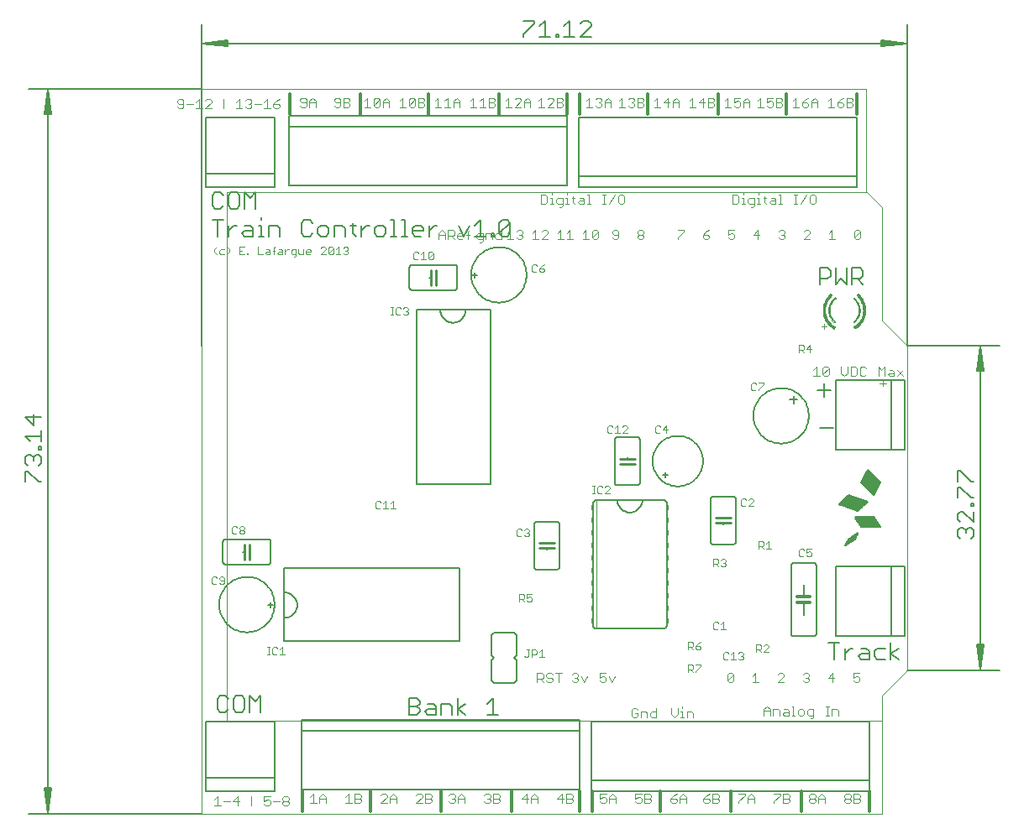
<source format=gto>
G75*
G70*
%OFA0B0*%
%FSLAX24Y24*%
%IPPOS*%
%LPD*%
%AMOC8*
5,1,8,0,0,1.08239X$1,22.5*
%
%ADD10C,0.0000*%
%ADD11C,0.0030*%
%ADD12C,0.0120*%
%ADD13C,0.0070*%
%ADD14C,0.0060*%
%ADD15C,0.0051*%
%ADD16C,0.0020*%
%ADD17R,0.0050X0.0200*%
%ADD18C,0.0050*%
%ADD19C,0.0100*%
%ADD20C,0.0010*%
D10*
X007360Y000754D02*
X007360Y029550D01*
X033730Y029550D01*
X033730Y025484D01*
X034360Y024854D01*
X033760Y025454D01*
X008360Y025454D01*
X008360Y004454D01*
X034360Y004454D01*
X034360Y005454D01*
X035360Y006454D01*
X035360Y019354D01*
X034360Y020354D01*
X034360Y024854D01*
X034360Y020354D01*
X035360Y019354D01*
X035360Y006454D01*
X034360Y005454D01*
X034360Y000754D01*
X007360Y000754D01*
D11*
X007875Y001069D02*
X008121Y001069D01*
X007998Y001069D02*
X007998Y001439D01*
X007875Y001316D01*
X008243Y001254D02*
X008490Y001254D01*
X008611Y001254D02*
X008858Y001254D01*
X008796Y001069D02*
X008796Y001439D01*
X008611Y001254D01*
X009348Y001439D02*
X009348Y001069D01*
X009839Y001131D02*
X009901Y001069D01*
X010024Y001069D01*
X010086Y001131D01*
X010086Y001254D01*
X010024Y001316D01*
X009962Y001316D01*
X009839Y001254D01*
X009839Y001439D01*
X010086Y001439D01*
X010207Y001254D02*
X010454Y001254D01*
X010575Y001193D02*
X010637Y001254D01*
X010761Y001254D01*
X010822Y001193D01*
X010822Y001131D01*
X010761Y001069D01*
X010637Y001069D01*
X010575Y001131D01*
X010575Y001193D01*
X010637Y001254D02*
X010575Y001316D01*
X010575Y001378D01*
X010637Y001439D01*
X010761Y001439D01*
X010822Y001378D01*
X010822Y001316D01*
X010761Y001254D01*
X011675Y001169D02*
X011921Y001169D01*
X012043Y001169D02*
X012043Y001416D01*
X012166Y001539D01*
X012290Y001416D01*
X012290Y001169D01*
X012290Y001354D02*
X012043Y001354D01*
X011798Y001539D02*
X011798Y001169D01*
X011675Y001416D02*
X011798Y001539D01*
X013075Y001416D02*
X013198Y001539D01*
X013198Y001169D01*
X013075Y001169D02*
X013321Y001169D01*
X013443Y001169D02*
X013628Y001169D01*
X013690Y001231D01*
X013690Y001293D01*
X013628Y001354D01*
X013443Y001354D01*
X013443Y001169D02*
X013443Y001539D01*
X013628Y001539D01*
X013690Y001478D01*
X013690Y001416D01*
X013628Y001354D01*
X014475Y001478D02*
X014536Y001539D01*
X014660Y001539D01*
X014721Y001478D01*
X014721Y001416D01*
X014475Y001169D01*
X014721Y001169D01*
X014843Y001169D02*
X014843Y001416D01*
X014966Y001539D01*
X015090Y001416D01*
X015090Y001169D01*
X015090Y001354D02*
X014843Y001354D01*
X015875Y001478D02*
X015936Y001539D01*
X016060Y001539D01*
X016121Y001478D01*
X016121Y001416D01*
X015875Y001169D01*
X016121Y001169D01*
X016243Y001169D02*
X016428Y001169D01*
X016490Y001231D01*
X016490Y001293D01*
X016428Y001354D01*
X016243Y001354D01*
X016243Y001169D02*
X016243Y001539D01*
X016428Y001539D01*
X016490Y001478D01*
X016490Y001416D01*
X016428Y001354D01*
X017175Y001231D02*
X017236Y001169D01*
X017360Y001169D01*
X017421Y001231D01*
X017421Y001293D01*
X017360Y001354D01*
X017298Y001354D01*
X017360Y001354D02*
X017421Y001416D01*
X017421Y001478D01*
X017360Y001539D01*
X017236Y001539D01*
X017175Y001478D01*
X017543Y001416D02*
X017543Y001169D01*
X017543Y001354D02*
X017790Y001354D01*
X017790Y001416D02*
X017790Y001169D01*
X017790Y001416D02*
X017666Y001539D01*
X017543Y001416D01*
X018575Y001478D02*
X018636Y001539D01*
X018760Y001539D01*
X018821Y001478D01*
X018821Y001416D01*
X018760Y001354D01*
X018821Y001293D01*
X018821Y001231D01*
X018760Y001169D01*
X018636Y001169D01*
X018575Y001231D01*
X018698Y001354D02*
X018760Y001354D01*
X018943Y001354D02*
X019128Y001354D01*
X019190Y001293D01*
X019190Y001231D01*
X019128Y001169D01*
X018943Y001169D01*
X018943Y001539D01*
X019128Y001539D01*
X019190Y001478D01*
X019190Y001416D01*
X019128Y001354D01*
X020075Y001354D02*
X020321Y001354D01*
X020443Y001354D02*
X020690Y001354D01*
X020690Y001416D02*
X020690Y001169D01*
X020690Y001416D02*
X020566Y001539D01*
X020443Y001416D01*
X020443Y001169D01*
X020260Y001169D02*
X020260Y001539D01*
X020075Y001354D01*
X021475Y001354D02*
X021721Y001354D01*
X021843Y001354D02*
X022028Y001354D01*
X022090Y001293D01*
X022090Y001231D01*
X022028Y001169D01*
X021843Y001169D01*
X021843Y001539D01*
X022028Y001539D01*
X022090Y001478D01*
X022090Y001416D01*
X022028Y001354D01*
X021660Y001169D02*
X021660Y001539D01*
X021475Y001354D01*
X023175Y001354D02*
X023298Y001416D01*
X023360Y001416D01*
X023421Y001354D01*
X023421Y001231D01*
X023360Y001169D01*
X023236Y001169D01*
X023175Y001231D01*
X023175Y001354D02*
X023175Y001539D01*
X023421Y001539D01*
X023543Y001416D02*
X023543Y001169D01*
X023543Y001354D02*
X023790Y001354D01*
X023790Y001416D02*
X023790Y001169D01*
X023790Y001416D02*
X023666Y001539D01*
X023543Y001416D01*
X024575Y001354D02*
X024698Y001416D01*
X024760Y001416D01*
X024821Y001354D01*
X024821Y001231D01*
X024760Y001169D01*
X024636Y001169D01*
X024575Y001231D01*
X024575Y001354D02*
X024575Y001539D01*
X024821Y001539D01*
X024943Y001539D02*
X025128Y001539D01*
X025190Y001478D01*
X025190Y001416D01*
X025128Y001354D01*
X024943Y001354D01*
X024943Y001169D02*
X024943Y001539D01*
X025128Y001354D02*
X025190Y001293D01*
X025190Y001231D01*
X025128Y001169D01*
X024943Y001169D01*
X025975Y001231D02*
X026036Y001169D01*
X026160Y001169D01*
X026221Y001231D01*
X026221Y001293D01*
X026160Y001354D01*
X025975Y001354D01*
X025975Y001231D01*
X025975Y001354D02*
X026098Y001478D01*
X026221Y001539D01*
X026343Y001416D02*
X026343Y001169D01*
X026343Y001354D02*
X026590Y001354D01*
X026590Y001416D02*
X026590Y001169D01*
X026590Y001416D02*
X026466Y001539D01*
X026343Y001416D01*
X027275Y001354D02*
X027275Y001231D01*
X027336Y001169D01*
X027460Y001169D01*
X027521Y001231D01*
X027521Y001293D01*
X027460Y001354D01*
X027275Y001354D01*
X027398Y001478D01*
X027521Y001539D01*
X027398Y001478D01*
X027275Y001354D01*
X027460Y001354D01*
X027521Y001293D01*
X027521Y001231D01*
X027460Y001169D01*
X027336Y001169D01*
X027275Y001231D01*
X027275Y001354D01*
X027643Y001354D02*
X027828Y001354D01*
X027890Y001293D01*
X027890Y001231D01*
X027828Y001169D01*
X027643Y001169D01*
X027643Y001539D01*
X027828Y001539D01*
X027890Y001478D01*
X027890Y001416D01*
X027828Y001354D01*
X027643Y001354D01*
X027643Y001169D02*
X027643Y001539D01*
X027828Y001539D01*
X027890Y001478D01*
X027890Y001416D01*
X027828Y001354D01*
X027890Y001293D01*
X027890Y001231D01*
X027828Y001169D01*
X027643Y001169D01*
X028675Y001169D02*
X028675Y001231D01*
X028921Y001478D01*
X028921Y001539D01*
X028675Y001539D01*
X029043Y001416D02*
X029043Y001169D01*
X029043Y001354D02*
X029290Y001354D01*
X029290Y001416D02*
X029290Y001169D01*
X029290Y001416D02*
X029166Y001539D01*
X029043Y001416D01*
X030075Y001539D02*
X030321Y001539D01*
X030321Y001478D01*
X030075Y001231D01*
X030075Y001169D01*
X030443Y001169D02*
X030443Y001539D01*
X030628Y001539D01*
X030690Y001478D01*
X030690Y001416D01*
X030628Y001354D01*
X030443Y001354D01*
X030443Y001169D02*
X030628Y001169D01*
X030690Y001231D01*
X030690Y001293D01*
X030628Y001354D01*
X031475Y001293D02*
X031536Y001354D01*
X031660Y001354D01*
X031721Y001293D01*
X031721Y001231D01*
X031660Y001169D01*
X031536Y001169D01*
X031475Y001231D01*
X031475Y001293D01*
X031536Y001354D02*
X031475Y001416D01*
X031475Y001478D01*
X031536Y001539D01*
X031660Y001539D01*
X031721Y001478D01*
X031721Y001416D01*
X031660Y001354D01*
X031843Y001354D02*
X032090Y001354D01*
X032090Y001416D02*
X032090Y001169D01*
X032090Y001416D02*
X031966Y001539D01*
X031843Y001416D01*
X031843Y001169D01*
X032875Y001231D02*
X032875Y001293D01*
X032936Y001354D01*
X033060Y001354D01*
X033121Y001293D01*
X033121Y001231D01*
X033060Y001169D01*
X032936Y001169D01*
X032875Y001231D01*
X032936Y001354D02*
X032875Y001416D01*
X032875Y001478D01*
X032936Y001539D01*
X033060Y001539D01*
X033121Y001478D01*
X033121Y001416D01*
X033060Y001354D01*
X033243Y001354D02*
X033428Y001354D01*
X033490Y001293D01*
X033490Y001231D01*
X033428Y001169D01*
X033243Y001169D01*
X033243Y001539D01*
X033428Y001539D01*
X033490Y001478D01*
X033490Y001416D01*
X033428Y001354D01*
X031582Y004528D02*
X031644Y004589D01*
X031644Y004898D01*
X031459Y004898D01*
X031397Y004836D01*
X031397Y004713D01*
X031459Y004651D01*
X031644Y004651D01*
X031582Y004528D02*
X031521Y004528D01*
X031276Y004713D02*
X031276Y004836D01*
X031214Y004898D01*
X031091Y004898D01*
X031029Y004836D01*
X031029Y004713D01*
X031091Y004651D01*
X031214Y004651D01*
X031276Y004713D01*
X030907Y004651D02*
X030783Y004651D01*
X030845Y004651D02*
X030845Y005021D01*
X030783Y005021D01*
X030600Y004898D02*
X030662Y004836D01*
X030662Y004651D01*
X030477Y004651D01*
X030415Y004713D01*
X030477Y004775D01*
X030662Y004775D01*
X030600Y004898D02*
X030477Y004898D01*
X030294Y004836D02*
X030232Y004898D01*
X030047Y004898D01*
X030047Y004651D01*
X029925Y004651D02*
X029925Y004898D01*
X029802Y005021D01*
X029678Y004898D01*
X029678Y004651D01*
X029678Y004836D02*
X029925Y004836D01*
X030294Y004836D02*
X030294Y004651D01*
X030225Y005969D02*
X030471Y006216D01*
X030471Y006278D01*
X030410Y006339D01*
X030286Y006339D01*
X030225Y006278D01*
X030225Y005969D02*
X030471Y005969D01*
X031225Y006031D02*
X031286Y005969D01*
X031410Y005969D01*
X031471Y006031D01*
X031471Y006093D01*
X031410Y006154D01*
X031348Y006154D01*
X031410Y006154D02*
X031471Y006216D01*
X031471Y006278D01*
X031410Y006339D01*
X031286Y006339D01*
X031225Y006278D01*
X032225Y006154D02*
X032471Y006154D01*
X032410Y005969D02*
X032410Y006339D01*
X032225Y006154D01*
X033225Y006154D02*
X033348Y006216D01*
X033410Y006216D01*
X033471Y006154D01*
X033471Y006031D01*
X033410Y005969D01*
X033286Y005969D01*
X033225Y006031D01*
X033225Y006154D02*
X033225Y006339D01*
X033471Y006339D01*
X032565Y004898D02*
X032379Y004898D01*
X032379Y004651D01*
X032257Y004651D02*
X032134Y004651D01*
X032196Y004651D02*
X032196Y005021D01*
X032257Y005021D02*
X032134Y005021D01*
X032565Y004898D02*
X032626Y004836D01*
X032626Y004651D01*
X029863Y007169D02*
X029669Y007169D01*
X029863Y007363D01*
X029863Y007411D01*
X029814Y007459D01*
X029718Y007459D01*
X029669Y007411D01*
X029568Y007411D02*
X029568Y007314D01*
X029520Y007266D01*
X029375Y007266D01*
X029471Y007266D02*
X029568Y007169D01*
X029375Y007169D02*
X029375Y007459D01*
X029520Y007459D01*
X029568Y007411D01*
X028857Y007111D02*
X028857Y007063D01*
X028809Y007014D01*
X028857Y006966D01*
X028857Y006917D01*
X028809Y006869D01*
X028712Y006869D01*
X028664Y006917D01*
X028563Y006869D02*
X028369Y006869D01*
X028466Y006869D02*
X028466Y007159D01*
X028369Y007063D01*
X028268Y007111D02*
X028220Y007159D01*
X028123Y007159D01*
X028075Y007111D01*
X028075Y006917D01*
X028123Y006869D01*
X028220Y006869D01*
X028268Y006917D01*
X028664Y007111D02*
X028712Y007159D01*
X028809Y007159D01*
X028857Y007111D01*
X028809Y007014D02*
X028761Y007014D01*
X028410Y006339D02*
X028471Y006278D01*
X028225Y006031D01*
X028286Y005969D01*
X028410Y005969D01*
X028471Y006031D01*
X028471Y006278D01*
X028410Y006339D02*
X028286Y006339D01*
X028225Y006278D01*
X028225Y006031D01*
X029225Y005969D02*
X029471Y005969D01*
X029348Y005969D02*
X029348Y006339D01*
X029225Y006216D01*
X027163Y006611D02*
X026969Y006417D01*
X026969Y006369D01*
X026868Y006369D02*
X026771Y006466D01*
X026820Y006466D02*
X026675Y006466D01*
X026675Y006369D02*
X026675Y006659D01*
X026820Y006659D01*
X026868Y006611D01*
X026868Y006514D01*
X026820Y006466D01*
X026969Y006659D02*
X027163Y006659D01*
X027163Y006611D01*
X027114Y007269D02*
X027163Y007317D01*
X027163Y007366D01*
X027114Y007414D01*
X026969Y007414D01*
X026969Y007317D01*
X027018Y007269D01*
X027114Y007269D01*
X026969Y007414D02*
X027066Y007511D01*
X027163Y007559D01*
X026868Y007511D02*
X026868Y007414D01*
X026820Y007366D01*
X026675Y007366D01*
X026771Y007366D02*
X026868Y007269D01*
X026675Y007269D02*
X026675Y007559D01*
X026820Y007559D01*
X026868Y007511D01*
X027675Y008117D02*
X027675Y008311D01*
X027723Y008359D01*
X027820Y008359D01*
X027868Y008311D01*
X027969Y008263D02*
X028066Y008359D01*
X028066Y008069D01*
X027969Y008069D02*
X028163Y008069D01*
X027868Y008117D02*
X027820Y008069D01*
X027723Y008069D01*
X027675Y008117D01*
X027675Y010569D02*
X027675Y010859D01*
X027820Y010859D01*
X027868Y010811D01*
X027868Y010714D01*
X027820Y010666D01*
X027675Y010666D01*
X027771Y010666D02*
X027868Y010569D01*
X027969Y010617D02*
X028018Y010569D01*
X028114Y010569D01*
X028163Y010617D01*
X028163Y010666D01*
X028114Y010714D01*
X028066Y010714D01*
X028114Y010714D02*
X028163Y010763D01*
X028163Y010811D01*
X028114Y010859D01*
X028018Y010859D01*
X027969Y010811D01*
X029475Y011269D02*
X029475Y011559D01*
X029620Y011559D01*
X029668Y011511D01*
X029668Y011414D01*
X029620Y011366D01*
X029475Y011366D01*
X029571Y011366D02*
X029668Y011269D01*
X029769Y011269D02*
X029963Y011269D01*
X029866Y011269D02*
X029866Y011559D01*
X029769Y011463D01*
X031075Y011211D02*
X031075Y011017D01*
X031123Y010969D01*
X031220Y010969D01*
X031268Y011017D01*
X031369Y011017D02*
X031418Y010969D01*
X031514Y010969D01*
X031563Y011017D01*
X031563Y011114D01*
X031514Y011163D01*
X031466Y011163D01*
X031369Y011114D01*
X031369Y011259D01*
X031563Y011259D01*
X031268Y011211D02*
X031220Y011259D01*
X031123Y011259D01*
X031075Y011211D01*
X029263Y012969D02*
X029069Y012969D01*
X029263Y013163D01*
X029263Y013211D01*
X029214Y013259D01*
X029118Y013259D01*
X029069Y013211D01*
X028968Y013211D02*
X028920Y013259D01*
X028823Y013259D01*
X028775Y013211D01*
X028775Y013017D01*
X028823Y012969D01*
X028920Y012969D01*
X028968Y013017D01*
X025814Y015869D02*
X025814Y016159D01*
X025669Y016014D01*
X025863Y016014D01*
X025568Y015917D02*
X025520Y015869D01*
X025423Y015869D01*
X025375Y015917D01*
X025375Y016111D01*
X025423Y016159D01*
X025520Y016159D01*
X025568Y016111D01*
X024257Y016111D02*
X024209Y016159D01*
X024112Y016159D01*
X024064Y016111D01*
X024257Y016111D02*
X024257Y016063D01*
X024064Y015869D01*
X024257Y015869D01*
X023963Y015869D02*
X023769Y015869D01*
X023866Y015869D02*
X023866Y016159D01*
X023769Y016063D01*
X023668Y016111D02*
X023620Y016159D01*
X023523Y016159D01*
X023475Y016111D01*
X023475Y015917D01*
X023523Y015869D01*
X023620Y015869D01*
X023668Y015917D01*
X023511Y013759D02*
X023414Y013759D01*
X023366Y013711D01*
X023264Y013711D02*
X023216Y013759D01*
X023119Y013759D01*
X023071Y013711D01*
X023071Y013517D01*
X023119Y013469D01*
X023216Y013469D01*
X023264Y013517D01*
X023366Y013469D02*
X023559Y013663D01*
X023559Y013711D01*
X023511Y013759D01*
X023559Y013469D02*
X023366Y013469D01*
X022971Y013469D02*
X022875Y013469D01*
X022923Y013469D02*
X022923Y013759D01*
X022875Y013759D02*
X022971Y013759D01*
X020363Y012011D02*
X020363Y011963D01*
X020314Y011914D01*
X020363Y011866D01*
X020363Y011817D01*
X020314Y011769D01*
X020218Y011769D01*
X020169Y011817D01*
X020068Y011817D02*
X020020Y011769D01*
X019923Y011769D01*
X019875Y011817D01*
X019875Y012011D01*
X019923Y012059D01*
X020020Y012059D01*
X020068Y012011D01*
X020169Y012011D02*
X020218Y012059D01*
X020314Y012059D01*
X020363Y012011D01*
X020314Y011914D02*
X020266Y011914D01*
X020269Y009459D02*
X020269Y009314D01*
X020366Y009363D01*
X020414Y009363D01*
X020463Y009314D01*
X020463Y009217D01*
X020414Y009169D01*
X020318Y009169D01*
X020269Y009217D01*
X020168Y009169D02*
X020071Y009266D01*
X020120Y009266D02*
X019975Y009266D01*
X019975Y009169D02*
X019975Y009459D01*
X020120Y009459D01*
X020168Y009411D01*
X020168Y009314D01*
X020120Y009266D01*
X020269Y009459D02*
X020463Y009459D01*
X020469Y007259D02*
X020614Y007259D01*
X020663Y007211D01*
X020663Y007114D01*
X020614Y007066D01*
X020469Y007066D01*
X020469Y006969D02*
X020469Y007259D01*
X020368Y007259D02*
X020271Y007259D01*
X020320Y007259D02*
X020320Y007017D01*
X020271Y006969D01*
X020223Y006969D01*
X020175Y007017D01*
X020764Y006969D02*
X020957Y006969D01*
X020861Y006969D02*
X020861Y007259D01*
X020764Y007163D01*
X020671Y006339D02*
X020856Y006339D01*
X020917Y006278D01*
X020917Y006154D01*
X020856Y006093D01*
X020671Y006093D01*
X020794Y006093D02*
X020917Y005969D01*
X021039Y006031D02*
X021101Y005969D01*
X021224Y005969D01*
X021286Y006031D01*
X021286Y006093D01*
X021224Y006154D01*
X021101Y006154D01*
X021039Y006216D01*
X021039Y006278D01*
X021101Y006339D01*
X021224Y006339D01*
X021286Y006278D01*
X021407Y006339D02*
X021654Y006339D01*
X021531Y006339D02*
X021531Y005969D01*
X022057Y006031D02*
X022118Y005969D01*
X022242Y005969D01*
X022303Y006031D01*
X022303Y006093D01*
X022242Y006154D01*
X022180Y006154D01*
X022242Y006154D02*
X022303Y006216D01*
X022303Y006278D01*
X022242Y006339D01*
X022118Y006339D01*
X022057Y006278D01*
X022425Y006216D02*
X022548Y005969D01*
X022672Y006216D01*
X023157Y006154D02*
X023280Y006216D01*
X023342Y006216D01*
X023403Y006154D01*
X023403Y006031D01*
X023342Y005969D01*
X023218Y005969D01*
X023157Y006031D01*
X023157Y006154D02*
X023157Y006339D01*
X023403Y006339D01*
X023525Y006216D02*
X023648Y005969D01*
X023772Y006216D01*
X024490Y004939D02*
X024428Y004878D01*
X024428Y004631D01*
X024490Y004569D01*
X024614Y004569D01*
X024675Y004631D01*
X024675Y004754D01*
X024552Y004754D01*
X024675Y004878D02*
X024614Y004939D01*
X024490Y004939D01*
X024797Y004816D02*
X024982Y004816D01*
X025044Y004754D01*
X025044Y004569D01*
X025165Y004631D02*
X025165Y004754D01*
X025227Y004816D01*
X025412Y004816D01*
X025412Y004939D02*
X025412Y004569D01*
X025227Y004569D01*
X025165Y004631D01*
X024797Y004569D02*
X024797Y004816D01*
X026007Y004939D02*
X026007Y004693D01*
X026130Y004569D01*
X026253Y004693D01*
X026253Y004939D01*
X026375Y004816D02*
X026437Y004816D01*
X026437Y004569D01*
X026498Y004569D02*
X026375Y004569D01*
X026620Y004569D02*
X026620Y004816D01*
X026806Y004816D01*
X026867Y004754D01*
X026867Y004569D01*
X026437Y004939D02*
X026437Y005001D01*
X020671Y005969D02*
X020671Y006339D01*
X015057Y012869D02*
X014864Y012869D01*
X014961Y012869D02*
X014961Y013159D01*
X014864Y013063D01*
X014763Y012869D02*
X014569Y012869D01*
X014666Y012869D02*
X014666Y013159D01*
X014569Y013063D01*
X014468Y013111D02*
X014420Y013159D01*
X014323Y013159D01*
X014275Y013111D01*
X014275Y012917D01*
X014323Y012869D01*
X014420Y012869D01*
X014468Y012917D01*
X009063Y012111D02*
X009063Y012063D01*
X009014Y012014D01*
X008918Y012014D01*
X008869Y012063D01*
X008869Y012111D01*
X008918Y012159D01*
X009014Y012159D01*
X009063Y012111D01*
X009014Y012014D02*
X009063Y011966D01*
X009063Y011917D01*
X009014Y011869D01*
X008918Y011869D01*
X008869Y011917D01*
X008869Y011966D01*
X008918Y012014D01*
X008768Y011917D02*
X008720Y011869D01*
X008623Y011869D01*
X008575Y011917D01*
X008575Y012111D01*
X008623Y012159D01*
X008720Y012159D01*
X008768Y012111D01*
X008214Y010159D02*
X008118Y010159D01*
X008069Y010111D01*
X008069Y010063D01*
X008118Y010014D01*
X008263Y010014D01*
X008263Y009917D02*
X008263Y010111D01*
X008214Y010159D01*
X008263Y009917D02*
X008214Y009869D01*
X008118Y009869D01*
X008069Y009917D01*
X007968Y009917D02*
X007920Y009869D01*
X007823Y009869D01*
X007775Y009917D01*
X007775Y010111D01*
X007823Y010159D01*
X007920Y010159D01*
X007968Y010111D01*
X009975Y007359D02*
X010071Y007359D01*
X010023Y007359D02*
X010023Y007069D01*
X009975Y007069D02*
X010071Y007069D01*
X010171Y007117D02*
X010219Y007069D01*
X010316Y007069D01*
X010364Y007117D01*
X010466Y007069D02*
X010659Y007069D01*
X010562Y007069D02*
X010562Y007359D01*
X010466Y007263D01*
X010364Y007311D02*
X010316Y007359D01*
X010219Y007359D01*
X010171Y007311D01*
X010171Y007117D01*
X014875Y020569D02*
X014971Y020569D01*
X014923Y020569D02*
X014923Y020859D01*
X014875Y020859D02*
X014971Y020859D01*
X015071Y020811D02*
X015071Y020617D01*
X015119Y020569D01*
X015216Y020569D01*
X015264Y020617D01*
X015366Y020617D02*
X015414Y020569D01*
X015511Y020569D01*
X015559Y020617D01*
X015559Y020666D01*
X015511Y020714D01*
X015462Y020714D01*
X015511Y020714D02*
X015559Y020763D01*
X015559Y020811D01*
X015511Y020859D01*
X015414Y020859D01*
X015366Y020811D01*
X015264Y020811D02*
X015216Y020859D01*
X015119Y020859D01*
X015071Y020811D01*
X015823Y022769D02*
X015920Y022769D01*
X015968Y022817D01*
X016069Y022769D02*
X016263Y022769D01*
X016166Y022769D02*
X016166Y023059D01*
X016069Y022963D01*
X015968Y023011D02*
X015920Y023059D01*
X015823Y023059D01*
X015775Y023011D01*
X015775Y022817D01*
X015823Y022769D01*
X016364Y022817D02*
X016364Y023011D01*
X016412Y023059D01*
X016509Y023059D01*
X016557Y023011D01*
X016364Y022817D01*
X016412Y022769D01*
X016509Y022769D01*
X016557Y022817D01*
X016557Y023011D01*
X016774Y023569D02*
X016774Y023816D01*
X016897Y023939D01*
X017021Y023816D01*
X017021Y023569D01*
X017142Y023569D02*
X017142Y023939D01*
X017327Y023939D01*
X017389Y023878D01*
X017389Y023754D01*
X017327Y023693D01*
X017142Y023693D01*
X017266Y023693D02*
X017389Y023569D01*
X017511Y023631D02*
X017511Y023754D01*
X017572Y023816D01*
X017696Y023816D01*
X017758Y023754D01*
X017758Y023693D01*
X017511Y023693D01*
X017511Y023631D02*
X017572Y023569D01*
X017696Y023569D01*
X017941Y023569D02*
X017941Y023878D01*
X018002Y023939D01*
X018002Y023754D02*
X017879Y023754D01*
X018270Y023754D02*
X018331Y023816D01*
X018516Y023816D01*
X018516Y023507D01*
X018455Y023446D01*
X018393Y023446D01*
X018331Y023569D02*
X018516Y023569D01*
X018638Y023569D02*
X018638Y023816D01*
X018823Y023816D01*
X018885Y023754D01*
X018885Y023569D01*
X019006Y023631D02*
X019006Y023754D01*
X019068Y023816D01*
X019253Y023816D01*
X019253Y023939D02*
X019253Y023569D01*
X019068Y023569D01*
X019006Y023631D01*
X019488Y023569D02*
X019735Y023569D01*
X019611Y023569D02*
X019611Y023939D01*
X019488Y023816D01*
X019856Y023878D02*
X019918Y023939D01*
X020041Y023939D01*
X020103Y023878D01*
X020103Y023816D01*
X020041Y023754D01*
X020103Y023693D01*
X020103Y023631D01*
X020041Y023569D01*
X019918Y023569D01*
X019856Y023631D01*
X019980Y023754D02*
X020041Y023754D01*
X020488Y023816D02*
X020611Y023939D01*
X020611Y023569D01*
X020488Y023569D02*
X020735Y023569D01*
X020856Y023569D02*
X021103Y023816D01*
X021103Y023878D01*
X021041Y023939D01*
X020918Y023939D01*
X020856Y023878D01*
X020856Y023569D02*
X021103Y023569D01*
X021488Y023569D02*
X021735Y023569D01*
X021856Y023569D02*
X022103Y023569D01*
X021980Y023569D02*
X021980Y023939D01*
X021856Y023816D01*
X021611Y023939D02*
X021611Y023569D01*
X021488Y023816D02*
X021611Y023939D01*
X022488Y023816D02*
X022611Y023939D01*
X022611Y023569D01*
X022488Y023569D02*
X022735Y023569D01*
X022856Y023631D02*
X023103Y023878D01*
X023103Y023631D01*
X023041Y023569D01*
X022918Y023569D01*
X022856Y023631D01*
X022856Y023878D01*
X022918Y023939D01*
X023041Y023939D01*
X023103Y023878D01*
X023656Y023878D02*
X023656Y023816D01*
X023718Y023754D01*
X023903Y023754D01*
X023903Y023631D02*
X023903Y023878D01*
X023841Y023939D01*
X023718Y023939D01*
X023656Y023878D01*
X023656Y023631D02*
X023718Y023569D01*
X023841Y023569D01*
X023903Y023631D01*
X024656Y023631D02*
X024656Y023693D01*
X024718Y023754D01*
X024841Y023754D01*
X024903Y023693D01*
X024903Y023631D01*
X024841Y023569D01*
X024718Y023569D01*
X024656Y023631D01*
X024718Y023754D02*
X024656Y023816D01*
X024656Y023878D01*
X024718Y023939D01*
X024841Y023939D01*
X024903Y023878D01*
X024903Y023816D01*
X024841Y023754D01*
X026256Y023631D02*
X026256Y023569D01*
X026256Y023631D02*
X026503Y023878D01*
X026503Y023939D01*
X026256Y023939D01*
X027256Y023754D02*
X027441Y023754D01*
X027503Y023693D01*
X027503Y023631D01*
X027441Y023569D01*
X027318Y023569D01*
X027256Y023631D01*
X027256Y023754D01*
X027380Y023878D01*
X027503Y023939D01*
X028256Y023939D02*
X028256Y023754D01*
X028380Y023816D01*
X028441Y023816D01*
X028503Y023754D01*
X028503Y023631D01*
X028441Y023569D01*
X028318Y023569D01*
X028256Y023631D01*
X028256Y023939D02*
X028503Y023939D01*
X029256Y023754D02*
X029503Y023754D01*
X029441Y023569D02*
X029441Y023939D01*
X029256Y023754D01*
X030256Y023631D02*
X030318Y023569D01*
X030441Y023569D01*
X030503Y023631D01*
X030503Y023693D01*
X030441Y023754D01*
X030380Y023754D01*
X030441Y023754D02*
X030503Y023816D01*
X030503Y023878D01*
X030441Y023939D01*
X030318Y023939D01*
X030256Y023878D01*
X031256Y023878D02*
X031318Y023939D01*
X031441Y023939D01*
X031503Y023878D01*
X031503Y023816D01*
X031256Y023569D01*
X031503Y023569D01*
X032256Y023569D02*
X032503Y023569D01*
X032380Y023569D02*
X032380Y023939D01*
X032256Y023816D01*
X033256Y023878D02*
X033256Y023631D01*
X033503Y023878D01*
X033503Y023631D01*
X033441Y023569D01*
X033318Y023569D01*
X033256Y023631D01*
X033256Y023878D02*
X033318Y023939D01*
X033441Y023939D01*
X033503Y023878D01*
X031741Y025031D02*
X031741Y025278D01*
X031679Y025339D01*
X031556Y025339D01*
X031494Y025278D01*
X031494Y025031D01*
X031556Y024969D01*
X031679Y024969D01*
X031741Y025031D01*
X031372Y025339D02*
X031125Y024969D01*
X031003Y024969D02*
X030880Y024969D01*
X030942Y024969D02*
X030942Y025339D01*
X031003Y025339D02*
X030880Y025339D01*
X030328Y025339D02*
X030328Y024969D01*
X030266Y024969D02*
X030390Y024969D01*
X030145Y024969D02*
X030145Y025154D01*
X030083Y025216D01*
X029959Y025216D01*
X029959Y025093D02*
X030145Y025093D01*
X030145Y024969D02*
X029959Y024969D01*
X029898Y025031D01*
X029959Y025093D01*
X029776Y025216D02*
X029652Y025216D01*
X029714Y025278D02*
X029714Y025031D01*
X029776Y024969D01*
X029530Y024969D02*
X029407Y024969D01*
X029468Y024969D02*
X029468Y025216D01*
X029407Y025216D01*
X029285Y025216D02*
X029285Y024907D01*
X029224Y024846D01*
X029162Y024846D01*
X029100Y024969D02*
X029285Y024969D01*
X029100Y024969D02*
X029038Y025031D01*
X029038Y025154D01*
X029100Y025216D01*
X029285Y025216D01*
X029468Y025339D02*
X029468Y025401D01*
X028855Y025401D02*
X028855Y025339D01*
X028855Y025216D02*
X028855Y024969D01*
X028916Y024969D02*
X028793Y024969D01*
X028671Y025031D02*
X028671Y025278D01*
X028610Y025339D01*
X028425Y025339D01*
X028425Y024969D01*
X028610Y024969D01*
X028671Y025031D01*
X028793Y025216D02*
X028855Y025216D01*
X030266Y025339D02*
X030328Y025339D01*
X030346Y028819D02*
X030161Y028819D01*
X030161Y029189D01*
X030346Y029189D01*
X030408Y029128D01*
X030408Y029066D01*
X030346Y029004D01*
X030161Y029004D01*
X030040Y029004D02*
X029978Y029066D01*
X029916Y029066D01*
X029793Y029004D01*
X029793Y029189D01*
X030040Y029189D01*
X030040Y029004D02*
X030040Y028881D01*
X029978Y028819D01*
X029855Y028819D01*
X029793Y028881D01*
X029671Y028819D02*
X029425Y028819D01*
X029548Y028819D02*
X029548Y029189D01*
X029425Y029066D01*
X029108Y029066D02*
X029108Y028819D01*
X029108Y029004D02*
X028861Y029004D01*
X028861Y029066D02*
X028861Y028819D01*
X028740Y028881D02*
X028678Y028819D01*
X028555Y028819D01*
X028493Y028881D01*
X028493Y029004D02*
X028616Y029066D01*
X028678Y029066D01*
X028740Y029004D01*
X028740Y028881D01*
X028861Y029066D02*
X028985Y029189D01*
X029108Y029066D01*
X028740Y029189D02*
X028493Y029189D01*
X028493Y029004D01*
X028371Y028819D02*
X028125Y028819D01*
X028248Y028819D02*
X028248Y029189D01*
X028125Y029066D01*
X027708Y029066D02*
X027646Y029004D01*
X027461Y029004D01*
X027340Y029004D02*
X027093Y029004D01*
X027278Y029189D01*
X027278Y028819D01*
X027461Y028819D02*
X027461Y029189D01*
X027646Y029189D01*
X027708Y029128D01*
X027708Y029066D01*
X027646Y029004D02*
X027708Y028943D01*
X027708Y028881D01*
X027646Y028819D01*
X027461Y028819D01*
X026971Y028819D02*
X026725Y028819D01*
X026848Y028819D02*
X026848Y029189D01*
X026725Y029066D01*
X026308Y029066D02*
X026308Y028819D01*
X026308Y029004D02*
X026061Y029004D01*
X026061Y029066D02*
X026061Y028819D01*
X025878Y028819D02*
X025878Y029189D01*
X025693Y029004D01*
X025940Y029004D01*
X026061Y029066D02*
X026185Y029189D01*
X026308Y029066D01*
X025571Y028819D02*
X025325Y028819D01*
X025448Y028819D02*
X025448Y029189D01*
X025325Y029066D01*
X024908Y029066D02*
X024846Y029004D01*
X024661Y029004D01*
X024540Y028943D02*
X024540Y028881D01*
X024478Y028819D01*
X024355Y028819D01*
X024293Y028881D01*
X024171Y028819D02*
X023925Y028819D01*
X024048Y028819D02*
X024048Y029189D01*
X023925Y029066D01*
X023608Y029066D02*
X023608Y028819D01*
X023608Y029004D02*
X023361Y029004D01*
X023361Y029066D02*
X023361Y028819D01*
X023240Y028881D02*
X023178Y028819D01*
X023055Y028819D01*
X022993Y028881D01*
X022871Y028819D02*
X022625Y028819D01*
X022748Y028819D02*
X022748Y029189D01*
X022625Y029066D01*
X022993Y029128D02*
X023055Y029189D01*
X023178Y029189D01*
X023240Y029128D01*
X023240Y029066D01*
X023178Y029004D01*
X023240Y028943D01*
X023240Y028881D01*
X023178Y029004D02*
X023116Y029004D01*
X023361Y029066D02*
X023485Y029189D01*
X023608Y029066D01*
X024293Y029128D02*
X024355Y029189D01*
X024478Y029189D01*
X024540Y029128D01*
X024540Y029066D01*
X024478Y029004D01*
X024540Y028943D01*
X024478Y029004D02*
X024416Y029004D01*
X024661Y028819D02*
X024846Y028819D01*
X024908Y028881D01*
X024908Y028943D01*
X024846Y029004D01*
X024908Y029066D02*
X024908Y029128D01*
X024846Y029189D01*
X024661Y029189D01*
X024661Y028819D01*
X021708Y028881D02*
X021646Y028819D01*
X021461Y028819D01*
X021461Y029189D01*
X021646Y029189D01*
X021708Y029128D01*
X021708Y029066D01*
X021646Y029004D01*
X021461Y029004D01*
X021340Y029066D02*
X021340Y029128D01*
X021278Y029189D01*
X021155Y029189D01*
X021093Y029128D01*
X020848Y029189D02*
X020848Y028819D01*
X020725Y028819D02*
X020971Y028819D01*
X021093Y028819D02*
X021340Y029066D01*
X021340Y028819D02*
X021093Y028819D01*
X020725Y029066D02*
X020848Y029189D01*
X020408Y029066D02*
X020408Y028819D01*
X020408Y029004D02*
X020161Y029004D01*
X020161Y029066D02*
X020161Y028819D01*
X020040Y028819D02*
X019793Y028819D01*
X020040Y029066D01*
X020040Y029128D01*
X019978Y029189D01*
X019855Y029189D01*
X019793Y029128D01*
X019548Y029189D02*
X019548Y028819D01*
X019425Y028819D02*
X019671Y028819D01*
X019425Y029066D02*
X019548Y029189D01*
X019008Y029128D02*
X019008Y029066D01*
X018946Y029004D01*
X018761Y029004D01*
X018761Y028819D02*
X018946Y028819D01*
X019008Y028881D01*
X019008Y028943D01*
X018946Y029004D01*
X019008Y029128D02*
X018946Y029189D01*
X018761Y029189D01*
X018761Y028819D01*
X018640Y028819D02*
X018393Y028819D01*
X018271Y028819D02*
X018025Y028819D01*
X018148Y028819D02*
X018148Y029189D01*
X018025Y029066D01*
X018393Y029066D02*
X018516Y029189D01*
X018516Y028819D01*
X017608Y028819D02*
X017608Y029066D01*
X017485Y029189D01*
X017361Y029066D01*
X017361Y028819D01*
X017240Y028819D02*
X016993Y028819D01*
X016871Y028819D02*
X016625Y028819D01*
X016748Y028819D02*
X016748Y029189D01*
X016625Y029066D01*
X016993Y029066D02*
X017116Y029189D01*
X017116Y028819D01*
X017361Y029004D02*
X017608Y029004D01*
X016208Y028943D02*
X016208Y028881D01*
X016146Y028819D01*
X015961Y028819D01*
X015961Y029189D01*
X016146Y029189D01*
X016208Y029128D01*
X016208Y029066D01*
X016146Y029004D01*
X015961Y029004D01*
X015840Y028881D02*
X015778Y028819D01*
X015655Y028819D01*
X015593Y028881D01*
X015840Y029128D01*
X015840Y028881D01*
X015840Y029128D02*
X015778Y029189D01*
X015655Y029189D01*
X015593Y029128D01*
X015593Y028881D01*
X015471Y028819D02*
X015225Y028819D01*
X015348Y028819D02*
X015348Y029189D01*
X015225Y029066D01*
X014808Y029066D02*
X014808Y028819D01*
X014808Y029004D02*
X014561Y029004D01*
X014561Y029066D02*
X014561Y028819D01*
X014440Y028881D02*
X014440Y029128D01*
X014193Y028881D01*
X014255Y028819D01*
X014378Y028819D01*
X014440Y028881D01*
X014561Y029066D02*
X014685Y029189D01*
X014808Y029066D01*
X014440Y029128D02*
X014378Y029189D01*
X014255Y029189D01*
X014193Y029128D01*
X014193Y028881D01*
X014071Y028819D02*
X013825Y028819D01*
X013948Y028819D02*
X013948Y029189D01*
X013825Y029066D01*
X013240Y029066D02*
X013178Y029004D01*
X012993Y029004D01*
X012871Y029004D02*
X012686Y029004D01*
X012625Y029066D01*
X012625Y029128D01*
X012686Y029189D01*
X012810Y029189D01*
X012871Y029128D01*
X012871Y028881D01*
X012810Y028819D01*
X012686Y028819D01*
X012625Y028881D01*
X012993Y028819D02*
X012993Y029189D01*
X013178Y029189D01*
X013240Y029128D01*
X013240Y029066D01*
X013178Y029004D02*
X013240Y028943D01*
X013240Y028881D01*
X013178Y028819D01*
X012993Y028819D01*
X011890Y028819D02*
X011890Y029066D01*
X011766Y029189D01*
X011643Y029066D01*
X011643Y028819D01*
X011521Y028881D02*
X011521Y029128D01*
X011460Y029189D01*
X011336Y029189D01*
X011275Y029128D01*
X011275Y029066D01*
X011336Y029004D01*
X011521Y029004D01*
X011643Y029004D02*
X011890Y029004D01*
X011521Y028881D02*
X011460Y028819D01*
X011336Y028819D01*
X011275Y028881D01*
X010453Y028893D02*
X010391Y028954D01*
X010206Y028954D01*
X010206Y028831D01*
X010268Y028769D01*
X010391Y028769D01*
X010453Y028831D01*
X010453Y028893D01*
X010330Y029078D02*
X010206Y028954D01*
X010330Y029078D02*
X010453Y029139D01*
X009961Y029139D02*
X009961Y028769D01*
X009838Y028769D02*
X010085Y028769D01*
X009838Y029016D02*
X009961Y029139D01*
X009716Y028954D02*
X009470Y028954D01*
X009348Y028893D02*
X009348Y028831D01*
X009286Y028769D01*
X009163Y028769D01*
X009101Y028831D01*
X008980Y028769D02*
X008733Y028769D01*
X008856Y028769D02*
X008856Y029139D01*
X008733Y029016D01*
X009101Y029078D02*
X009163Y029139D01*
X009286Y029139D01*
X009348Y029078D01*
X009348Y029016D01*
X009286Y028954D01*
X009348Y028893D01*
X009286Y028954D02*
X009225Y028954D01*
X008242Y029139D02*
X008242Y028769D01*
X007752Y028769D02*
X007505Y028769D01*
X007752Y029016D01*
X007752Y029078D01*
X007690Y029139D01*
X007567Y029139D01*
X007505Y029078D01*
X007260Y029139D02*
X007260Y028769D01*
X007137Y028769D02*
X007384Y028769D01*
X007137Y029016D02*
X007260Y029139D01*
X007015Y028954D02*
X006769Y028954D01*
X006647Y028954D02*
X006462Y028954D01*
X006400Y029016D01*
X006400Y029078D01*
X006462Y029139D01*
X006585Y029139D01*
X006647Y029078D01*
X006647Y028831D01*
X006585Y028769D01*
X006462Y028769D01*
X006400Y028831D01*
X007971Y023259D02*
X007875Y023163D01*
X007875Y023066D01*
X007971Y022969D01*
X008071Y023017D02*
X008119Y022969D01*
X008264Y022969D01*
X008366Y022969D02*
X008462Y023066D01*
X008462Y023163D01*
X008366Y023259D01*
X008264Y023163D02*
X008119Y023163D01*
X008071Y023114D01*
X008071Y023017D01*
X008857Y022969D02*
X009050Y022969D01*
X009151Y022969D02*
X009200Y022969D01*
X009200Y023017D01*
X009151Y023017D01*
X009151Y022969D01*
X008953Y023114D02*
X008857Y023114D01*
X008857Y023259D02*
X008857Y022969D01*
X008857Y023259D02*
X009050Y023259D01*
X009593Y023259D02*
X009593Y022969D01*
X009787Y022969D01*
X009888Y023017D02*
X009936Y023066D01*
X010081Y023066D01*
X010081Y023114D02*
X010081Y022969D01*
X009936Y022969D01*
X009888Y023017D01*
X009936Y023163D02*
X010033Y023163D01*
X010081Y023114D01*
X010183Y023114D02*
X010279Y023114D01*
X010231Y023211D02*
X010231Y022969D01*
X010379Y023017D02*
X010427Y023066D01*
X010573Y023066D01*
X010573Y023114D02*
X010573Y022969D01*
X010427Y022969D01*
X010379Y023017D01*
X010427Y023163D02*
X010524Y023163D01*
X010573Y023114D01*
X010674Y023066D02*
X010770Y023163D01*
X010819Y023163D01*
X010919Y023114D02*
X010919Y023017D01*
X010968Y022969D01*
X011113Y022969D01*
X011113Y022921D02*
X011113Y023163D01*
X010968Y023163D01*
X010919Y023114D01*
X010674Y023163D02*
X010674Y022969D01*
X011016Y022872D02*
X011064Y022872D01*
X011113Y022921D01*
X011214Y023017D02*
X011262Y022969D01*
X011407Y022969D01*
X011407Y023163D01*
X011509Y023114D02*
X011557Y023163D01*
X011654Y023163D01*
X011702Y023114D01*
X011702Y023066D01*
X011509Y023066D01*
X011509Y023114D02*
X011509Y023017D01*
X011557Y022969D01*
X011654Y022969D01*
X011214Y023017D02*
X011214Y023163D01*
X012098Y023211D02*
X012146Y023259D01*
X012243Y023259D01*
X012291Y023211D01*
X012291Y023163D01*
X012098Y022969D01*
X012291Y022969D01*
X012393Y023017D02*
X012586Y023211D01*
X012586Y023017D01*
X012538Y022969D01*
X012441Y022969D01*
X012393Y023017D01*
X012393Y023211D01*
X012441Y023259D01*
X012538Y023259D01*
X012586Y023211D01*
X012687Y023163D02*
X012784Y023259D01*
X012784Y022969D01*
X012687Y022969D02*
X012881Y022969D01*
X012982Y023017D02*
X013030Y022969D01*
X013127Y022969D01*
X013175Y023017D01*
X013175Y023066D01*
X013127Y023114D01*
X013079Y023114D01*
X013127Y023114D02*
X013175Y023163D01*
X013175Y023211D01*
X013127Y023259D01*
X013030Y023259D01*
X012982Y023211D01*
X010279Y023259D02*
X010231Y023211D01*
X016774Y023754D02*
X017021Y023754D01*
X018270Y023754D02*
X018270Y023631D01*
X018331Y023569D01*
X020475Y022511D02*
X020475Y022317D01*
X020523Y022269D01*
X020620Y022269D01*
X020668Y022317D01*
X020769Y022317D02*
X020818Y022269D01*
X020914Y022269D01*
X020963Y022317D01*
X020963Y022366D01*
X020914Y022414D01*
X020769Y022414D01*
X020769Y022317D01*
X020769Y022414D02*
X020866Y022511D01*
X020963Y022559D01*
X020668Y022511D02*
X020620Y022559D01*
X020523Y022559D01*
X020475Y022511D01*
X020825Y024969D02*
X021010Y024969D01*
X021071Y025031D01*
X021071Y025278D01*
X021010Y025339D01*
X020825Y025339D01*
X020825Y024969D01*
X021193Y024969D02*
X021316Y024969D01*
X021255Y024969D02*
X021255Y025216D01*
X021193Y025216D01*
X021255Y025339D02*
X021255Y025401D01*
X021500Y025216D02*
X021438Y025154D01*
X021438Y025031D01*
X021500Y024969D01*
X021685Y024969D01*
X021685Y024907D02*
X021685Y025216D01*
X021500Y025216D01*
X021807Y025216D02*
X021868Y025216D01*
X021868Y024969D01*
X021807Y024969D02*
X021930Y024969D01*
X022114Y025031D02*
X022176Y024969D01*
X022114Y025031D02*
X022114Y025278D01*
X022052Y025216D02*
X022176Y025216D01*
X022359Y025216D02*
X022483Y025216D01*
X022545Y025154D01*
X022545Y024969D01*
X022359Y024969D01*
X022298Y025031D01*
X022359Y025093D01*
X022545Y025093D01*
X022666Y024969D02*
X022790Y024969D01*
X022728Y024969D02*
X022728Y025339D01*
X022666Y025339D01*
X023280Y025339D02*
X023403Y025339D01*
X023342Y025339D02*
X023342Y024969D01*
X023403Y024969D02*
X023280Y024969D01*
X023525Y024969D02*
X023772Y025339D01*
X023894Y025278D02*
X023894Y025031D01*
X023956Y024969D01*
X024079Y024969D01*
X024141Y025031D01*
X024141Y025278D01*
X024079Y025339D01*
X023956Y025339D01*
X023894Y025278D01*
X021868Y025339D02*
X021868Y025401D01*
X021685Y024907D02*
X021624Y024846D01*
X021562Y024846D01*
X021708Y028881D02*
X021708Y028943D01*
X021646Y029004D01*
X020408Y029066D02*
X020285Y029189D01*
X020161Y029066D01*
X016208Y028943D02*
X016146Y029004D01*
X029175Y017811D02*
X029175Y017617D01*
X029223Y017569D01*
X029320Y017569D01*
X029368Y017617D01*
X029469Y017617D02*
X029469Y017569D01*
X029469Y017617D02*
X029663Y017811D01*
X029663Y017859D01*
X029469Y017859D01*
X029368Y017811D02*
X029320Y017859D01*
X029223Y017859D01*
X029175Y017811D01*
X031075Y019069D02*
X031075Y019359D01*
X031220Y019359D01*
X031268Y019311D01*
X031268Y019214D01*
X031220Y019166D01*
X031075Y019166D01*
X031171Y019166D02*
X031268Y019069D01*
X031369Y019214D02*
X031514Y019359D01*
X031514Y019069D01*
X031563Y019214D02*
X031369Y019214D01*
X031767Y018503D02*
X031644Y018379D01*
X031767Y018503D02*
X031767Y018132D01*
X031644Y018132D02*
X031890Y018132D01*
X032012Y018194D02*
X032259Y018441D01*
X032259Y018194D01*
X032197Y018132D01*
X032074Y018132D01*
X032012Y018194D01*
X032012Y018441D01*
X032074Y018503D01*
X032197Y018503D01*
X032259Y018441D01*
X032748Y018503D02*
X032748Y018256D01*
X032872Y018132D01*
X032995Y018256D01*
X032995Y018503D01*
X033117Y018503D02*
X033302Y018503D01*
X033364Y018441D01*
X033364Y018194D01*
X033302Y018132D01*
X033117Y018132D01*
X033117Y018503D01*
X033485Y018441D02*
X033485Y018194D01*
X033547Y018132D01*
X033670Y018132D01*
X033732Y018194D01*
X033732Y018441D02*
X033670Y018503D01*
X033547Y018503D01*
X033485Y018441D01*
X034222Y018503D02*
X034222Y018132D01*
X034398Y017978D02*
X034398Y017731D01*
X034275Y017854D02*
X034521Y017854D01*
X034469Y018132D02*
X034469Y018503D01*
X034345Y018379D01*
X034222Y018503D01*
X034652Y018379D02*
X034775Y018379D01*
X034837Y018317D01*
X034837Y018132D01*
X034652Y018132D01*
X034590Y018194D01*
X034652Y018256D01*
X034837Y018256D01*
X034958Y018379D02*
X035205Y018132D01*
X034958Y018132D02*
X035205Y018379D01*
X032168Y020114D02*
X031975Y020114D01*
X032071Y020211D02*
X032071Y020017D01*
X032225Y028819D02*
X032471Y028819D01*
X032348Y028819D02*
X032348Y029189D01*
X032225Y029066D01*
X032593Y029004D02*
X032778Y029004D01*
X032840Y028943D01*
X032840Y028881D01*
X032778Y028819D01*
X032655Y028819D01*
X032593Y028881D01*
X032593Y029004D01*
X032716Y029128D01*
X032840Y029189D01*
X032961Y029189D02*
X032961Y028819D01*
X033146Y028819D01*
X033208Y028881D01*
X033208Y028943D01*
X033146Y029004D01*
X032961Y029004D01*
X033146Y029004D02*
X033208Y029066D01*
X033208Y029128D01*
X033146Y029189D01*
X032961Y029189D01*
X031808Y029066D02*
X031808Y028819D01*
X031808Y029004D02*
X031561Y029004D01*
X031561Y029066D02*
X031561Y028819D01*
X031440Y028881D02*
X031440Y028943D01*
X031378Y029004D01*
X031193Y029004D01*
X031193Y028881D01*
X031255Y028819D01*
X031378Y028819D01*
X031440Y028881D01*
X031561Y029066D02*
X031685Y029189D01*
X031808Y029066D01*
X031440Y029189D02*
X031316Y029128D01*
X031193Y029004D01*
X031071Y028819D02*
X030825Y028819D01*
X030948Y028819D02*
X030948Y029189D01*
X030825Y029066D01*
X030408Y028943D02*
X030408Y028881D01*
X030346Y028819D01*
X030408Y028943D02*
X030346Y029004D01*
D12*
X030560Y029354D02*
X030560Y028554D01*
X027860Y028554D02*
X027860Y029354D01*
X025060Y029354D02*
X025060Y028554D01*
X022360Y028554D02*
X022360Y029354D01*
X021860Y029354D02*
X021860Y028554D01*
X019160Y028554D02*
X019160Y029354D01*
X016360Y029354D02*
X016360Y028554D01*
X013660Y028554D02*
X013660Y029354D01*
X010860Y029354D02*
X010860Y028554D01*
X033360Y028554D02*
X033360Y029354D01*
X031510Y009374D02*
X031260Y009374D01*
X031010Y009374D01*
X031010Y009124D02*
X031260Y009124D01*
X031510Y009124D01*
X031160Y001654D02*
X031160Y000854D01*
X033860Y000854D02*
X033860Y001654D01*
X028360Y001654D02*
X028360Y000854D01*
X025560Y000854D02*
X025560Y001654D01*
X022860Y001654D02*
X022860Y000854D01*
X022360Y000854D02*
X022360Y001654D01*
X019660Y001654D02*
X019660Y000854D01*
X016860Y000854D02*
X016860Y001654D01*
X014060Y001654D02*
X014060Y000854D01*
X011360Y000854D02*
X011360Y001654D01*
D13*
X031895Y016084D02*
X032422Y016084D01*
X032058Y017321D02*
X032058Y017848D01*
X031795Y017584D02*
X032322Y017584D01*
D14*
X031010Y017204D02*
X030860Y017204D01*
X030860Y017054D01*
X030860Y017204D02*
X030710Y017204D01*
X030860Y017204D02*
X030860Y017354D01*
X029260Y016554D02*
X029262Y016620D01*
X029268Y016685D01*
X029278Y016750D01*
X029291Y016815D01*
X029309Y016878D01*
X029330Y016941D01*
X029355Y017001D01*
X029384Y017061D01*
X029416Y017118D01*
X029451Y017174D01*
X029490Y017227D01*
X029532Y017278D01*
X029576Y017326D01*
X029624Y017371D01*
X029674Y017414D01*
X029727Y017453D01*
X029782Y017490D01*
X029839Y017523D01*
X029898Y017552D01*
X029958Y017578D01*
X030020Y017600D01*
X030083Y017619D01*
X030147Y017633D01*
X030212Y017644D01*
X030278Y017651D01*
X030344Y017654D01*
X030409Y017653D01*
X030475Y017648D01*
X030540Y017639D01*
X030605Y017626D01*
X030668Y017610D01*
X030731Y017590D01*
X030792Y017565D01*
X030852Y017538D01*
X030910Y017507D01*
X030966Y017472D01*
X031020Y017434D01*
X031071Y017393D01*
X031120Y017349D01*
X031166Y017302D01*
X031210Y017253D01*
X031250Y017201D01*
X031287Y017146D01*
X031321Y017090D01*
X031351Y017031D01*
X031378Y016971D01*
X031401Y016910D01*
X031420Y016847D01*
X031436Y016783D01*
X031448Y016718D01*
X031456Y016653D01*
X031460Y016587D01*
X031460Y016521D01*
X031456Y016455D01*
X031448Y016390D01*
X031436Y016325D01*
X031420Y016261D01*
X031401Y016198D01*
X031378Y016137D01*
X031351Y016077D01*
X031321Y016018D01*
X031287Y015962D01*
X031250Y015907D01*
X031210Y015855D01*
X031166Y015806D01*
X031120Y015759D01*
X031071Y015715D01*
X031020Y015674D01*
X030966Y015636D01*
X030910Y015601D01*
X030852Y015570D01*
X030792Y015543D01*
X030731Y015518D01*
X030668Y015498D01*
X030605Y015482D01*
X030540Y015469D01*
X030475Y015460D01*
X030409Y015455D01*
X030344Y015454D01*
X030278Y015457D01*
X030212Y015464D01*
X030147Y015475D01*
X030083Y015489D01*
X030020Y015508D01*
X029958Y015530D01*
X029898Y015556D01*
X029839Y015585D01*
X029782Y015618D01*
X029727Y015655D01*
X029674Y015694D01*
X029624Y015737D01*
X029576Y015782D01*
X029532Y015830D01*
X029490Y015881D01*
X029451Y015934D01*
X029416Y015990D01*
X029384Y016047D01*
X029355Y016107D01*
X029330Y016167D01*
X029309Y016230D01*
X029291Y016293D01*
X029278Y016358D01*
X029268Y016423D01*
X029262Y016488D01*
X029260Y016554D01*
X025260Y014754D02*
X025262Y014817D01*
X025268Y014879D01*
X025278Y014941D01*
X025291Y015003D01*
X025309Y015063D01*
X025330Y015122D01*
X025355Y015180D01*
X025384Y015236D01*
X025416Y015290D01*
X025451Y015342D01*
X025489Y015391D01*
X025531Y015439D01*
X025575Y015483D01*
X025623Y015525D01*
X025672Y015563D01*
X025724Y015598D01*
X025778Y015630D01*
X025834Y015659D01*
X025892Y015684D01*
X025951Y015705D01*
X026011Y015723D01*
X026073Y015736D01*
X026135Y015746D01*
X026197Y015752D01*
X026260Y015754D01*
X026323Y015752D01*
X026385Y015746D01*
X026447Y015736D01*
X026509Y015723D01*
X026569Y015705D01*
X026628Y015684D01*
X026686Y015659D01*
X026742Y015630D01*
X026796Y015598D01*
X026848Y015563D01*
X026897Y015525D01*
X026945Y015483D01*
X026989Y015439D01*
X027031Y015391D01*
X027069Y015342D01*
X027104Y015290D01*
X027136Y015236D01*
X027165Y015180D01*
X027190Y015122D01*
X027211Y015063D01*
X027229Y015003D01*
X027242Y014941D01*
X027252Y014879D01*
X027258Y014817D01*
X027260Y014754D01*
X027258Y014691D01*
X027252Y014629D01*
X027242Y014567D01*
X027229Y014505D01*
X027211Y014445D01*
X027190Y014386D01*
X027165Y014328D01*
X027136Y014272D01*
X027104Y014218D01*
X027069Y014166D01*
X027031Y014117D01*
X026989Y014069D01*
X026945Y014025D01*
X026897Y013983D01*
X026848Y013945D01*
X026796Y013910D01*
X026742Y013878D01*
X026686Y013849D01*
X026628Y013824D01*
X026569Y013803D01*
X026509Y013785D01*
X026447Y013772D01*
X026385Y013762D01*
X026323Y013756D01*
X026260Y013754D01*
X026197Y013756D01*
X026135Y013762D01*
X026073Y013772D01*
X026011Y013785D01*
X025951Y013803D01*
X025892Y013824D01*
X025834Y013849D01*
X025778Y013878D01*
X025724Y013910D01*
X025672Y013945D01*
X025623Y013983D01*
X025575Y014025D01*
X025531Y014069D01*
X025489Y014117D01*
X025451Y014166D01*
X025416Y014218D01*
X025384Y014272D01*
X025355Y014328D01*
X025330Y014386D01*
X025309Y014445D01*
X025291Y014505D01*
X025278Y014567D01*
X025268Y014629D01*
X025262Y014691D01*
X025260Y014754D01*
X025760Y014304D02*
X025760Y014204D01*
X025660Y014204D01*
X025760Y014204D02*
X025860Y014204D01*
X025760Y014204D02*
X025760Y014104D01*
X024760Y013904D02*
X024760Y015604D01*
X024758Y015621D01*
X024754Y015638D01*
X024747Y015654D01*
X024737Y015668D01*
X024724Y015681D01*
X024710Y015691D01*
X024694Y015698D01*
X024677Y015702D01*
X024660Y015704D01*
X023860Y015704D01*
X023843Y015702D01*
X023826Y015698D01*
X023810Y015691D01*
X023796Y015681D01*
X023783Y015668D01*
X023773Y015654D01*
X023766Y015638D01*
X023762Y015621D01*
X023760Y015604D01*
X023760Y013904D01*
X023762Y013887D01*
X023766Y013870D01*
X023773Y013854D01*
X023783Y013840D01*
X023796Y013827D01*
X023810Y013817D01*
X023826Y013810D01*
X023843Y013806D01*
X023860Y013804D01*
X024660Y013804D01*
X024677Y013806D01*
X024694Y013810D01*
X024710Y013817D01*
X024724Y013827D01*
X024737Y013840D01*
X024747Y013854D01*
X024754Y013870D01*
X024758Y013887D01*
X024760Y013904D01*
X024860Y013214D02*
X023860Y013214D01*
X023040Y013214D01*
X023017Y013212D01*
X022994Y013207D01*
X022972Y013198D01*
X022952Y013185D01*
X022934Y013170D01*
X022919Y013152D01*
X022906Y013132D01*
X022897Y013110D01*
X022892Y013087D01*
X022890Y013064D01*
X022890Y008244D01*
X022892Y008221D01*
X022897Y008198D01*
X022906Y008176D01*
X022919Y008156D01*
X022934Y008138D01*
X022952Y008123D01*
X022972Y008110D01*
X022994Y008101D01*
X023017Y008096D01*
X023040Y008094D01*
X025680Y008094D01*
X025703Y008096D01*
X025726Y008101D01*
X025748Y008110D01*
X025768Y008123D01*
X025786Y008138D01*
X025801Y008156D01*
X025814Y008176D01*
X025823Y008198D01*
X025828Y008221D01*
X025830Y008244D01*
X025830Y013064D01*
X025828Y013087D01*
X025823Y013110D01*
X025814Y013132D01*
X025801Y013152D01*
X025786Y013170D01*
X025768Y013185D01*
X025748Y013198D01*
X025726Y013207D01*
X025703Y013212D01*
X025680Y013214D01*
X024860Y013214D01*
X024858Y013170D01*
X024852Y013127D01*
X024843Y013085D01*
X024830Y013043D01*
X024813Y013003D01*
X024793Y012964D01*
X024770Y012927D01*
X024743Y012893D01*
X024714Y012860D01*
X024681Y012831D01*
X024647Y012804D01*
X024610Y012781D01*
X024571Y012761D01*
X024531Y012744D01*
X024489Y012731D01*
X024447Y012722D01*
X024404Y012716D01*
X024360Y012714D01*
X024316Y012716D01*
X024273Y012722D01*
X024231Y012731D01*
X024189Y012744D01*
X024149Y012761D01*
X024110Y012781D01*
X024073Y012804D01*
X024039Y012831D01*
X024006Y012860D01*
X023977Y012893D01*
X023950Y012927D01*
X023927Y012964D01*
X023907Y013003D01*
X023890Y013043D01*
X023877Y013085D01*
X023868Y013127D01*
X023862Y013170D01*
X023860Y013214D01*
X024260Y014604D02*
X024260Y014654D01*
X024260Y014854D02*
X024260Y014904D01*
X021560Y012254D02*
X021560Y010554D01*
X021558Y010537D01*
X021554Y010520D01*
X021547Y010504D01*
X021537Y010490D01*
X021524Y010477D01*
X021510Y010467D01*
X021494Y010460D01*
X021477Y010456D01*
X021460Y010454D01*
X020660Y010454D01*
X020643Y010456D01*
X020626Y010460D01*
X020610Y010467D01*
X020596Y010477D01*
X020583Y010490D01*
X020573Y010504D01*
X020566Y010520D01*
X020562Y010537D01*
X020560Y010554D01*
X020560Y012254D01*
X020562Y012271D01*
X020566Y012288D01*
X020573Y012304D01*
X020583Y012318D01*
X020596Y012331D01*
X020610Y012341D01*
X020626Y012348D01*
X020643Y012352D01*
X020660Y012354D01*
X021460Y012354D01*
X021477Y012352D01*
X021494Y012348D01*
X021510Y012341D01*
X021524Y012331D01*
X021537Y012318D01*
X021547Y012304D01*
X021554Y012288D01*
X021558Y012271D01*
X021560Y012254D01*
X021060Y011554D02*
X021060Y011504D01*
X021060Y011304D02*
X021060Y011254D01*
X018821Y013824D02*
X018821Y020774D01*
X015898Y020774D01*
X015898Y013824D01*
X018821Y013824D01*
X017590Y010516D02*
X010640Y010516D01*
X010640Y007592D01*
X017590Y007592D01*
X017590Y010516D01*
X018960Y007954D02*
X018860Y007854D01*
X018860Y007054D01*
X018960Y006954D01*
X018860Y006854D01*
X018860Y006054D01*
X018960Y005954D01*
X019760Y005954D01*
X019860Y006054D01*
X019860Y006854D01*
X019760Y006954D01*
X019860Y007054D01*
X019860Y007854D01*
X019760Y007954D01*
X018960Y007954D01*
X018918Y005325D02*
X018918Y004684D01*
X018705Y004684D02*
X019132Y004684D01*
X018705Y005111D02*
X018918Y005325D01*
X017843Y005111D02*
X017523Y004898D01*
X017843Y004684D01*
X017523Y004684D02*
X017523Y005325D01*
X017306Y005004D02*
X017199Y005111D01*
X016879Y005111D01*
X016879Y004684D01*
X016661Y004684D02*
X016661Y005004D01*
X016554Y005111D01*
X016341Y005111D01*
X016341Y004898D02*
X016661Y004898D01*
X016661Y004684D02*
X016341Y004684D01*
X016234Y004791D01*
X016341Y004898D01*
X016017Y004898D02*
X016017Y004791D01*
X015910Y004684D01*
X015590Y004684D01*
X015590Y005325D01*
X015910Y005325D01*
X016017Y005218D01*
X016017Y005111D01*
X015910Y005004D01*
X015590Y005004D01*
X015910Y005004D02*
X016017Y004898D01*
X017306Y005004D02*
X017306Y004684D01*
X010210Y009054D02*
X010010Y009054D01*
X010110Y009154D02*
X010110Y008954D01*
X008060Y009054D02*
X008062Y009120D01*
X008068Y009185D01*
X008078Y009250D01*
X008091Y009315D01*
X008109Y009378D01*
X008130Y009441D01*
X008155Y009501D01*
X008184Y009561D01*
X008216Y009618D01*
X008251Y009674D01*
X008290Y009727D01*
X008332Y009778D01*
X008376Y009826D01*
X008424Y009871D01*
X008474Y009914D01*
X008527Y009953D01*
X008582Y009990D01*
X008639Y010023D01*
X008698Y010052D01*
X008758Y010078D01*
X008820Y010100D01*
X008883Y010119D01*
X008947Y010133D01*
X009012Y010144D01*
X009078Y010151D01*
X009144Y010154D01*
X009209Y010153D01*
X009275Y010148D01*
X009340Y010139D01*
X009405Y010126D01*
X009468Y010110D01*
X009531Y010090D01*
X009592Y010065D01*
X009652Y010038D01*
X009710Y010007D01*
X009766Y009972D01*
X009820Y009934D01*
X009871Y009893D01*
X009920Y009849D01*
X009966Y009802D01*
X010010Y009753D01*
X010050Y009701D01*
X010087Y009646D01*
X010121Y009590D01*
X010151Y009531D01*
X010178Y009471D01*
X010201Y009410D01*
X010220Y009347D01*
X010236Y009283D01*
X010248Y009218D01*
X010256Y009153D01*
X010260Y009087D01*
X010260Y009021D01*
X010256Y008955D01*
X010248Y008890D01*
X010236Y008825D01*
X010220Y008761D01*
X010201Y008698D01*
X010178Y008637D01*
X010151Y008577D01*
X010121Y008518D01*
X010087Y008462D01*
X010050Y008407D01*
X010010Y008355D01*
X009966Y008306D01*
X009920Y008259D01*
X009871Y008215D01*
X009820Y008174D01*
X009766Y008136D01*
X009710Y008101D01*
X009652Y008070D01*
X009592Y008043D01*
X009531Y008018D01*
X009468Y007998D01*
X009405Y007982D01*
X009340Y007969D01*
X009275Y007960D01*
X009209Y007955D01*
X009144Y007954D01*
X009078Y007957D01*
X009012Y007964D01*
X008947Y007975D01*
X008883Y007989D01*
X008820Y008008D01*
X008758Y008030D01*
X008698Y008056D01*
X008639Y008085D01*
X008582Y008118D01*
X008527Y008155D01*
X008474Y008194D01*
X008424Y008237D01*
X008376Y008282D01*
X008332Y008330D01*
X008290Y008381D01*
X008251Y008434D01*
X008216Y008490D01*
X008184Y008547D01*
X008155Y008607D01*
X008130Y008667D01*
X008109Y008730D01*
X008091Y008793D01*
X008078Y008858D01*
X008068Y008923D01*
X008062Y008988D01*
X008060Y009054D01*
X008310Y010654D02*
X010010Y010654D01*
X010027Y010656D01*
X010044Y010660D01*
X010060Y010667D01*
X010074Y010677D01*
X010087Y010690D01*
X010097Y010704D01*
X010104Y010720D01*
X010108Y010737D01*
X010110Y010754D01*
X010110Y011554D01*
X010108Y011571D01*
X010104Y011588D01*
X010097Y011604D01*
X010087Y011618D01*
X010074Y011631D01*
X010060Y011641D01*
X010044Y011648D01*
X010027Y011652D01*
X010010Y011654D01*
X008310Y011654D01*
X008293Y011652D01*
X008276Y011648D01*
X008260Y011641D01*
X008246Y011631D01*
X008233Y011618D01*
X008223Y011604D01*
X008216Y011588D01*
X008212Y011571D01*
X008210Y011554D01*
X008210Y010754D01*
X008212Y010737D01*
X008216Y010720D01*
X008223Y010704D01*
X008233Y010690D01*
X008246Y010677D01*
X008260Y010667D01*
X008276Y010660D01*
X008293Y010656D01*
X008310Y010654D01*
X009010Y011154D02*
X009060Y011154D01*
X009260Y011154D02*
X009310Y011154D01*
X009279Y005425D02*
X009492Y005211D01*
X009706Y005425D01*
X009706Y004784D01*
X009279Y004784D02*
X009279Y005425D01*
X009061Y005318D02*
X008954Y005425D01*
X008741Y005425D01*
X008634Y005318D01*
X008634Y004891D01*
X008741Y004784D01*
X008954Y004784D01*
X009061Y004891D01*
X009061Y005318D01*
X008417Y005318D02*
X008310Y005425D01*
X008096Y005425D01*
X007990Y005318D01*
X007990Y004891D01*
X008096Y004784D01*
X008310Y004784D01*
X008417Y004891D01*
X001003Y013929D02*
X000897Y013929D01*
X000470Y014356D01*
X000363Y014356D01*
X000363Y013929D01*
X000470Y014574D02*
X000363Y014681D01*
X000363Y014894D01*
X000470Y015001D01*
X000576Y015001D01*
X000683Y014894D01*
X000790Y015001D01*
X000897Y015001D01*
X001003Y014894D01*
X001003Y014681D01*
X000897Y014574D01*
X000683Y014787D02*
X000683Y014894D01*
X000897Y015218D02*
X000897Y015325D01*
X001003Y015325D01*
X001003Y015218D01*
X000897Y015218D01*
X001003Y015541D02*
X001003Y015968D01*
X001003Y015754D02*
X000363Y015754D01*
X000576Y015541D01*
X000683Y016185D02*
X000683Y016612D01*
X000363Y016506D02*
X000683Y016185D01*
X001003Y016506D02*
X000363Y016506D01*
X008003Y023684D02*
X008003Y024325D01*
X007790Y024325D02*
X008217Y024325D01*
X008434Y024111D02*
X008434Y023684D01*
X008434Y023898D02*
X008648Y024111D01*
X008754Y024111D01*
X009078Y024111D02*
X009291Y024111D01*
X009398Y024004D01*
X009398Y023684D01*
X009078Y023684D01*
X008971Y023791D01*
X009078Y023898D01*
X009398Y023898D01*
X009616Y024111D02*
X009722Y024111D01*
X009722Y023684D01*
X009616Y023684D02*
X009829Y023684D01*
X010045Y023684D02*
X010045Y024111D01*
X010366Y024111D01*
X010472Y024004D01*
X010472Y023684D01*
X011335Y023791D02*
X011335Y024218D01*
X011441Y024325D01*
X011655Y024325D01*
X011762Y024218D01*
X011979Y024004D02*
X011979Y023791D01*
X012086Y023684D01*
X012299Y023684D01*
X012406Y023791D01*
X012406Y024004D01*
X012299Y024111D01*
X012086Y024111D01*
X011979Y024004D01*
X011762Y023791D02*
X011655Y023684D01*
X011441Y023684D01*
X011335Y023791D01*
X012624Y023684D02*
X012624Y024111D01*
X012944Y024111D01*
X013051Y024004D01*
X013051Y023684D01*
X013375Y023791D02*
X013482Y023684D01*
X013375Y023791D02*
X013375Y024218D01*
X013268Y024111D02*
X013482Y024111D01*
X013698Y024111D02*
X013698Y023684D01*
X013698Y023898D02*
X013911Y024111D01*
X014018Y024111D01*
X014235Y024004D02*
X014235Y023791D01*
X014342Y023684D01*
X014555Y023684D01*
X014662Y023791D01*
X014662Y024004D01*
X014555Y024111D01*
X014342Y024111D01*
X014235Y024004D01*
X014880Y023684D02*
X015093Y023684D01*
X014986Y023684D02*
X014986Y024325D01*
X014880Y024325D01*
X015309Y024325D02*
X015416Y024325D01*
X015416Y023684D01*
X015309Y023684D02*
X015523Y023684D01*
X015739Y023791D02*
X015739Y024004D01*
X015846Y024111D01*
X016059Y024111D01*
X016166Y024004D01*
X016166Y023898D01*
X015739Y023898D01*
X015739Y023791D02*
X015846Y023684D01*
X016059Y023684D01*
X016384Y023684D02*
X016384Y024111D01*
X016384Y023898D02*
X016597Y024111D01*
X016704Y024111D01*
X017565Y024111D02*
X017779Y023684D01*
X017992Y024111D01*
X018210Y024111D02*
X018423Y024325D01*
X018423Y023684D01*
X018210Y023684D02*
X018637Y023684D01*
X018854Y023684D02*
X018961Y023684D01*
X018961Y023791D01*
X018854Y023791D01*
X018854Y023684D01*
X019177Y023791D02*
X019604Y024218D01*
X019604Y023791D01*
X019497Y023684D01*
X019283Y023684D01*
X019177Y023791D01*
X019177Y024218D01*
X019283Y024325D01*
X019497Y024325D01*
X019604Y024218D01*
X018210Y022254D02*
X018210Y022054D01*
X018310Y022154D02*
X018110Y022154D01*
X017510Y022454D02*
X017510Y021654D01*
X017508Y021637D01*
X017504Y021620D01*
X017497Y021604D01*
X017487Y021590D01*
X017474Y021577D01*
X017460Y021567D01*
X017444Y021560D01*
X017427Y021556D01*
X017410Y021554D01*
X015710Y021554D01*
X015693Y021556D01*
X015676Y021560D01*
X015660Y021567D01*
X015646Y021577D01*
X015633Y021590D01*
X015623Y021604D01*
X015616Y021620D01*
X015612Y021637D01*
X015610Y021654D01*
X015610Y022454D01*
X015612Y022471D01*
X015616Y022488D01*
X015623Y022504D01*
X015633Y022518D01*
X015646Y022531D01*
X015660Y022541D01*
X015676Y022548D01*
X015693Y022552D01*
X015710Y022554D01*
X017410Y022554D01*
X017427Y022552D01*
X017444Y022548D01*
X017460Y022541D01*
X017474Y022531D01*
X017487Y022518D01*
X017497Y022504D01*
X017504Y022488D01*
X017508Y022471D01*
X017510Y022454D01*
X016710Y022054D02*
X016660Y022054D01*
X016460Y022054D02*
X016410Y022054D01*
X018060Y022154D02*
X018062Y022220D01*
X018068Y022285D01*
X018078Y022350D01*
X018091Y022415D01*
X018109Y022478D01*
X018130Y022541D01*
X018155Y022601D01*
X018184Y022661D01*
X018216Y022718D01*
X018251Y022774D01*
X018290Y022827D01*
X018332Y022878D01*
X018376Y022926D01*
X018424Y022971D01*
X018474Y023014D01*
X018527Y023053D01*
X018582Y023090D01*
X018639Y023123D01*
X018698Y023152D01*
X018758Y023178D01*
X018820Y023200D01*
X018883Y023219D01*
X018947Y023233D01*
X019012Y023244D01*
X019078Y023251D01*
X019144Y023254D01*
X019209Y023253D01*
X019275Y023248D01*
X019340Y023239D01*
X019405Y023226D01*
X019468Y023210D01*
X019531Y023190D01*
X019592Y023165D01*
X019652Y023138D01*
X019710Y023107D01*
X019766Y023072D01*
X019820Y023034D01*
X019871Y022993D01*
X019920Y022949D01*
X019966Y022902D01*
X020010Y022853D01*
X020050Y022801D01*
X020087Y022746D01*
X020121Y022690D01*
X020151Y022631D01*
X020178Y022571D01*
X020201Y022510D01*
X020220Y022447D01*
X020236Y022383D01*
X020248Y022318D01*
X020256Y022253D01*
X020260Y022187D01*
X020260Y022121D01*
X020256Y022055D01*
X020248Y021990D01*
X020236Y021925D01*
X020220Y021861D01*
X020201Y021798D01*
X020178Y021737D01*
X020151Y021677D01*
X020121Y021618D01*
X020087Y021562D01*
X020050Y021507D01*
X020010Y021455D01*
X019966Y021406D01*
X019920Y021359D01*
X019871Y021315D01*
X019820Y021274D01*
X019766Y021236D01*
X019710Y021201D01*
X019652Y021170D01*
X019592Y021143D01*
X019531Y021118D01*
X019468Y021098D01*
X019405Y021082D01*
X019340Y021069D01*
X019275Y021060D01*
X019209Y021055D01*
X019144Y021054D01*
X019078Y021057D01*
X019012Y021064D01*
X018947Y021075D01*
X018883Y021089D01*
X018820Y021108D01*
X018758Y021130D01*
X018698Y021156D01*
X018639Y021185D01*
X018582Y021218D01*
X018527Y021255D01*
X018474Y021294D01*
X018424Y021337D01*
X018376Y021382D01*
X018332Y021430D01*
X018290Y021481D01*
X018251Y021534D01*
X018216Y021590D01*
X018184Y021647D01*
X018155Y021707D01*
X018130Y021767D01*
X018109Y021830D01*
X018091Y021893D01*
X018078Y021958D01*
X018068Y022023D01*
X018062Y022088D01*
X018060Y022154D01*
X009722Y024325D02*
X009722Y024431D01*
X009506Y024784D02*
X009506Y025425D01*
X009292Y025211D01*
X009079Y025425D01*
X009079Y024784D01*
X008861Y024891D02*
X008861Y025318D01*
X008754Y025425D01*
X008541Y025425D01*
X008434Y025318D01*
X008434Y024891D01*
X008541Y024784D01*
X008754Y024784D01*
X008861Y024891D01*
X008217Y024891D02*
X008110Y024784D01*
X007896Y024784D01*
X007790Y024891D01*
X007790Y025318D01*
X007896Y025425D01*
X008110Y025425D01*
X008217Y025318D01*
X020137Y031610D02*
X020137Y031717D01*
X020564Y032144D01*
X020564Y032251D01*
X020137Y032251D01*
X020781Y032037D02*
X020995Y032251D01*
X020995Y031610D01*
X021208Y031610D02*
X020781Y031610D01*
X021426Y031610D02*
X021426Y031717D01*
X021533Y031717D01*
X021533Y031610D01*
X021426Y031610D01*
X021748Y031610D02*
X022175Y031610D01*
X021962Y031610D02*
X021962Y032251D01*
X021748Y032037D01*
X022393Y032144D02*
X022499Y032251D01*
X022713Y032251D01*
X022820Y032144D01*
X022820Y032037D01*
X022393Y031610D01*
X022820Y031610D01*
X031890Y022425D02*
X032210Y022425D01*
X032317Y022318D01*
X032317Y022104D01*
X032210Y021998D01*
X031890Y021998D01*
X031890Y021784D02*
X031890Y022425D01*
X032534Y022425D02*
X032534Y021784D01*
X032748Y021998D01*
X032961Y021784D01*
X032961Y022425D01*
X033179Y022425D02*
X033499Y022425D01*
X033606Y022318D01*
X033606Y022104D01*
X033499Y021998D01*
X033179Y021998D01*
X033392Y021998D02*
X033606Y021784D01*
X033179Y021784D02*
X033179Y022425D01*
X037363Y014364D02*
X037470Y014364D01*
X037897Y013937D01*
X038003Y013937D01*
X037470Y013720D02*
X037897Y013293D01*
X038003Y013293D01*
X038003Y013077D02*
X038003Y012970D01*
X037897Y012970D01*
X037897Y013077D01*
X038003Y013077D01*
X038003Y012753D02*
X038003Y012326D01*
X037576Y012753D01*
X037470Y012753D01*
X037363Y012646D01*
X037363Y012433D01*
X037470Y012326D01*
X037470Y012108D02*
X037576Y012108D01*
X037683Y012002D01*
X037790Y012108D01*
X037897Y012108D01*
X038003Y012002D01*
X038003Y011788D01*
X037897Y011681D01*
X037683Y011895D02*
X037683Y012002D01*
X037470Y012108D02*
X037363Y012002D01*
X037363Y011788D01*
X037470Y011681D01*
X037363Y013293D02*
X037363Y013720D01*
X037470Y013720D01*
X037363Y013937D02*
X037363Y014364D01*
X031760Y010604D02*
X031760Y007904D01*
X031758Y007887D01*
X031754Y007870D01*
X031747Y007854D01*
X031737Y007840D01*
X031724Y007827D01*
X031710Y007817D01*
X031694Y007810D01*
X031677Y007806D01*
X031660Y007804D01*
X030860Y007804D01*
X030843Y007806D01*
X030826Y007810D01*
X030810Y007817D01*
X030796Y007827D01*
X030783Y007840D01*
X030773Y007854D01*
X030766Y007870D01*
X030762Y007887D01*
X030760Y007904D01*
X030760Y010604D01*
X030762Y010621D01*
X030766Y010638D01*
X030773Y010654D01*
X030783Y010668D01*
X030796Y010681D01*
X030810Y010691D01*
X030826Y010698D01*
X030843Y010702D01*
X030860Y010704D01*
X031660Y010704D01*
X031677Y010702D01*
X031694Y010698D01*
X031710Y010691D01*
X031724Y010681D01*
X031737Y010668D01*
X031747Y010654D01*
X031754Y010638D01*
X031758Y010621D01*
X031760Y010604D01*
X031260Y009854D02*
X031260Y009374D01*
X031260Y009124D02*
X031260Y008654D01*
X032240Y007525D02*
X032667Y007525D01*
X032454Y007525D02*
X032454Y006884D01*
X032885Y006884D02*
X032885Y007311D01*
X032885Y007098D02*
X033098Y007311D01*
X033205Y007311D01*
X033529Y007311D02*
X033742Y007311D01*
X033849Y007204D01*
X033849Y006884D01*
X033529Y006884D01*
X033422Y006991D01*
X033529Y007098D01*
X033849Y007098D01*
X034066Y007204D02*
X034066Y006991D01*
X034173Y006884D01*
X034493Y006884D01*
X034711Y006884D02*
X034711Y007525D01*
X034493Y007311D02*
X034173Y007311D01*
X034066Y007204D01*
X034711Y007098D02*
X035031Y007311D01*
X034711Y007098D02*
X035031Y006884D01*
X028560Y011554D02*
X028560Y013254D01*
X028558Y013271D01*
X028554Y013288D01*
X028547Y013304D01*
X028537Y013318D01*
X028524Y013331D01*
X028510Y013341D01*
X028494Y013348D01*
X028477Y013352D01*
X028460Y013354D01*
X027660Y013354D01*
X027643Y013352D01*
X027626Y013348D01*
X027610Y013341D01*
X027596Y013331D01*
X027583Y013318D01*
X027573Y013304D01*
X027566Y013288D01*
X027562Y013271D01*
X027560Y013254D01*
X027560Y011554D01*
X027562Y011537D01*
X027566Y011520D01*
X027573Y011504D01*
X027583Y011490D01*
X027596Y011477D01*
X027610Y011467D01*
X027626Y011460D01*
X027643Y011456D01*
X027660Y011454D01*
X028460Y011454D01*
X028477Y011456D01*
X028494Y011460D01*
X028510Y011467D01*
X028524Y011477D01*
X028537Y011490D01*
X028547Y011504D01*
X028554Y011520D01*
X028558Y011537D01*
X028560Y011554D01*
X028060Y012254D02*
X028060Y012304D01*
X028060Y012504D02*
X028060Y012554D01*
D15*
X007360Y000754D02*
X000492Y000754D01*
X001260Y000754D02*
X001362Y001778D01*
X001385Y001778D02*
X001260Y000754D01*
X001157Y001778D01*
X001134Y001778D02*
X001385Y001778D01*
X001311Y001778D02*
X001260Y000754D01*
X001208Y001778D01*
X001134Y001778D02*
X001260Y000754D01*
X001260Y029550D01*
X001362Y028527D01*
X001385Y028527D02*
X001260Y029550D01*
X001157Y028527D01*
X001134Y028527D02*
X001385Y028527D01*
X001311Y028527D02*
X001260Y029550D01*
X001208Y028527D01*
X001134Y028527D02*
X001260Y029550D01*
X000492Y029550D02*
X007360Y029550D01*
X007360Y031354D02*
X008383Y031252D01*
X008383Y031228D02*
X007360Y031354D01*
X008383Y031456D01*
X008383Y031480D02*
X008383Y031228D01*
X008383Y031303D02*
X007360Y031354D01*
X008383Y031405D01*
X008383Y031480D02*
X007360Y031354D01*
X035360Y031354D01*
X034336Y031252D01*
X034336Y031228D02*
X035360Y031354D01*
X034336Y031456D01*
X034336Y031480D02*
X034336Y031228D01*
X034336Y031303D02*
X035360Y031354D01*
X034336Y031405D01*
X034336Y031480D02*
X035360Y031354D01*
X035360Y032122D02*
X035360Y019354D01*
X039027Y019354D01*
X038260Y019354D02*
X038362Y018330D01*
X038385Y018330D02*
X038134Y018330D01*
X038260Y019354D01*
X038157Y018330D01*
X038208Y018330D02*
X038260Y019354D01*
X038311Y018330D01*
X038385Y018330D02*
X038260Y019354D01*
X038260Y006454D01*
X038362Y007478D01*
X038385Y007478D02*
X038134Y007478D01*
X038260Y006454D01*
X038157Y007478D01*
X038208Y007478D02*
X038260Y006454D01*
X038311Y007478D01*
X038385Y007478D02*
X038260Y006454D01*
X039027Y006454D02*
X035360Y006454D01*
X007360Y019354D02*
X007360Y032122D01*
D16*
X023030Y013204D02*
X023030Y008104D01*
D17*
X022865Y008404D03*
X022865Y008904D03*
X022865Y009404D03*
X022865Y009904D03*
X022865Y010404D03*
X022865Y010904D03*
X022865Y011404D03*
X022865Y011904D03*
X022865Y012404D03*
X022865Y012904D03*
X025855Y012904D03*
X025855Y012404D03*
X025855Y011904D03*
X025855Y011404D03*
X025855Y010904D03*
X025855Y010404D03*
X025855Y009904D03*
X025855Y009404D03*
X025855Y008904D03*
X025855Y008404D03*
D18*
X022848Y004393D02*
X033871Y004393D01*
X033871Y002070D01*
X022848Y002070D01*
X022848Y001637D01*
X033871Y001637D01*
X033871Y002070D01*
X034726Y007815D02*
X032521Y007815D01*
X032521Y010571D01*
X034726Y010571D01*
X034726Y007815D01*
X035277Y007815D01*
X035277Y010571D01*
X034726Y010571D01*
X033285Y011654D02*
X033410Y011904D01*
X033035Y011654D01*
X032910Y011404D01*
X033285Y011654D01*
X033288Y011661D02*
X033044Y011661D01*
X033014Y011612D02*
X033222Y011612D01*
X033149Y011564D02*
X032989Y011564D01*
X032965Y011515D02*
X033076Y011515D01*
X033003Y011467D02*
X032941Y011467D01*
X032931Y011418D02*
X032917Y011418D01*
X033117Y011709D02*
X033312Y011709D01*
X033336Y011758D02*
X033190Y011758D01*
X033263Y011806D02*
X033361Y011806D01*
X033385Y011855D02*
X033335Y011855D01*
X033408Y011903D02*
X033409Y011903D01*
X033535Y012154D02*
X033285Y012529D01*
X034035Y012529D01*
X034285Y012154D01*
X033535Y012154D01*
X033508Y012194D02*
X034258Y012194D01*
X034225Y012243D02*
X033475Y012243D01*
X033443Y012291D02*
X034193Y012291D01*
X034161Y012340D02*
X033411Y012340D01*
X033378Y012388D02*
X034128Y012388D01*
X034096Y012437D02*
X033346Y012437D01*
X033314Y012485D02*
X034064Y012485D01*
X033601Y012970D02*
X032836Y012970D01*
X032691Y013019D02*
X033649Y013019D01*
X033698Y013067D02*
X032698Y013067D01*
X032660Y013029D02*
X033410Y012779D01*
X033785Y013154D01*
X033035Y013404D01*
X032660Y013029D01*
X032746Y013116D02*
X033746Y013116D01*
X033754Y013164D02*
X032795Y013164D01*
X032843Y013213D02*
X033609Y013213D01*
X033463Y013261D02*
X032892Y013261D01*
X032940Y013310D02*
X033318Y013310D01*
X033172Y013358D02*
X032989Y013358D01*
X032982Y012922D02*
X033552Y012922D01*
X033504Y012873D02*
X033127Y012873D01*
X033273Y012825D02*
X033455Y012825D01*
X034035Y013404D02*
X034285Y013904D01*
X033785Y014404D01*
X033535Y013904D01*
X034035Y013404D01*
X034036Y013407D02*
X034032Y013407D01*
X034060Y013455D02*
X033983Y013455D01*
X033935Y013504D02*
X034084Y013504D01*
X034109Y013552D02*
X033886Y013552D01*
X033838Y013601D02*
X034133Y013601D01*
X034157Y013649D02*
X033789Y013649D01*
X033741Y013698D02*
X034181Y013698D01*
X034206Y013746D02*
X033692Y013746D01*
X033644Y013795D02*
X034230Y013795D01*
X034254Y013843D02*
X033595Y013843D01*
X033547Y013892D02*
X034278Y013892D01*
X034248Y013940D02*
X033553Y013940D01*
X033577Y013989D02*
X034200Y013989D01*
X034151Y014037D02*
X033601Y014037D01*
X033625Y014086D02*
X034103Y014086D01*
X034054Y014134D02*
X033650Y014134D01*
X033674Y014183D02*
X034006Y014183D01*
X033957Y014231D02*
X033698Y014231D01*
X033722Y014280D02*
X033909Y014280D01*
X033860Y014328D02*
X033747Y014328D01*
X033771Y014377D02*
X033812Y014377D01*
X034726Y015215D02*
X034726Y017971D01*
X032521Y017971D01*
X032521Y015215D01*
X034726Y015215D01*
X035277Y015215D01*
X035277Y017971D01*
X034726Y017971D01*
X033371Y025637D02*
X033371Y026070D01*
X022348Y026070D01*
X022348Y025637D01*
X033371Y025637D01*
X033371Y026070D02*
X033371Y028393D01*
X022348Y028393D01*
X022348Y026070D01*
X021871Y025715D02*
X010848Y025715D01*
X010848Y028038D01*
X021871Y028038D01*
X021871Y028471D01*
X010848Y028471D01*
X010848Y028038D01*
X010277Y028393D02*
X007521Y028393D01*
X007521Y026188D01*
X010277Y026188D01*
X010277Y028393D01*
X010277Y026188D02*
X010277Y025637D01*
X007521Y025637D01*
X007521Y026188D01*
X016837Y020754D02*
X016839Y020710D01*
X016845Y020667D01*
X016854Y020625D01*
X016867Y020583D01*
X016884Y020543D01*
X016904Y020504D01*
X016927Y020467D01*
X016954Y020433D01*
X016983Y020400D01*
X017016Y020371D01*
X017050Y020344D01*
X017087Y020321D01*
X017126Y020301D01*
X017166Y020284D01*
X017208Y020271D01*
X017250Y020262D01*
X017293Y020256D01*
X017337Y020254D01*
X017381Y020256D01*
X017424Y020262D01*
X017466Y020271D01*
X017508Y020284D01*
X017548Y020301D01*
X017587Y020321D01*
X017624Y020344D01*
X017658Y020371D01*
X017691Y020400D01*
X017720Y020433D01*
X017747Y020467D01*
X017770Y020504D01*
X017790Y020543D01*
X017807Y020583D01*
X017820Y020625D01*
X017829Y020667D01*
X017835Y020710D01*
X017837Y020754D01*
X021871Y025715D02*
X021871Y028038D01*
X010659Y009532D02*
X010703Y009530D01*
X010746Y009524D01*
X010788Y009515D01*
X010830Y009502D01*
X010870Y009485D01*
X010909Y009465D01*
X010946Y009442D01*
X010980Y009415D01*
X011013Y009386D01*
X011042Y009353D01*
X011069Y009319D01*
X011092Y009282D01*
X011112Y009243D01*
X011129Y009203D01*
X011142Y009161D01*
X011151Y009119D01*
X011157Y009076D01*
X011159Y009032D01*
X011157Y008988D01*
X011151Y008945D01*
X011142Y008903D01*
X011129Y008861D01*
X011112Y008821D01*
X011092Y008782D01*
X011069Y008745D01*
X011042Y008711D01*
X011013Y008678D01*
X010980Y008649D01*
X010946Y008622D01*
X010909Y008599D01*
X010870Y008579D01*
X010830Y008562D01*
X010788Y008549D01*
X010746Y008540D01*
X010703Y008534D01*
X010659Y008532D01*
X011348Y004471D02*
X011348Y004038D01*
X022371Y004038D01*
X022371Y004471D01*
X011348Y004471D01*
X011348Y004038D02*
X011348Y001715D01*
X022371Y001715D01*
X022371Y004038D01*
X022848Y004393D02*
X022848Y002070D01*
X010277Y002188D02*
X010277Y001637D01*
X007521Y001637D01*
X007521Y002188D01*
X010277Y002188D01*
X010277Y004393D01*
X007521Y004393D01*
X007521Y002188D01*
D19*
X009060Y010854D02*
X009060Y011154D01*
X009060Y011454D01*
X009260Y011454D02*
X009260Y011154D01*
X009260Y010854D01*
X020760Y011304D02*
X021060Y011304D01*
X021360Y011304D01*
X021360Y011504D02*
X021060Y011504D01*
X020760Y011504D01*
X023960Y014654D02*
X024260Y014654D01*
X024560Y014654D01*
X024560Y014854D02*
X024260Y014854D01*
X023960Y014854D01*
X027760Y012504D02*
X028060Y012504D01*
X028360Y012504D01*
X028360Y012304D02*
X028060Y012304D01*
X027760Y012304D01*
X016660Y021754D02*
X016660Y022054D01*
X016660Y022354D01*
X016460Y022354D02*
X016460Y022054D01*
X016460Y021754D01*
D20*
X033704Y020758D02*
X033614Y020758D01*
X033615Y020759D02*
X033613Y020813D01*
X033607Y020866D01*
X033597Y020919D01*
X033583Y020971D01*
X033566Y021022D01*
X033545Y021072D01*
X033521Y021120D01*
X033493Y021166D01*
X033462Y021210D01*
X033428Y021251D01*
X033391Y021291D01*
X033352Y021327D01*
X033409Y021395D01*
X033410Y021396D01*
X033451Y021358D01*
X033489Y021318D01*
X033525Y021275D01*
X033558Y021230D01*
X033588Y021183D01*
X033614Y021135D01*
X033638Y021084D01*
X033658Y021032D01*
X033674Y020979D01*
X033688Y020925D01*
X033697Y020870D01*
X033703Y020815D01*
X033705Y020759D01*
X033696Y020759D01*
X033694Y020814D01*
X033688Y020869D01*
X033679Y020923D01*
X033666Y020977D01*
X033649Y021029D01*
X033630Y021081D01*
X033606Y021131D01*
X033580Y021179D01*
X033550Y021225D01*
X033518Y021270D01*
X033483Y021312D01*
X033444Y021352D01*
X033404Y021389D01*
X033398Y021382D01*
X033438Y021345D01*
X033476Y021306D01*
X033511Y021264D01*
X033543Y021220D01*
X033572Y021174D01*
X033598Y021126D01*
X033621Y021077D01*
X033641Y021026D01*
X033657Y020974D01*
X033670Y020921D01*
X033679Y020868D01*
X033685Y020813D01*
X033687Y020759D01*
X033678Y020759D01*
X033676Y020813D01*
X033670Y020866D01*
X033661Y020919D01*
X033648Y020972D01*
X033632Y021023D01*
X033613Y021074D01*
X033590Y021122D01*
X033565Y021170D01*
X033536Y021215D01*
X033504Y021259D01*
X033469Y021300D01*
X033432Y021339D01*
X033392Y021375D01*
X033386Y021368D01*
X033426Y021332D01*
X033463Y021294D01*
X033497Y021253D01*
X033528Y021210D01*
X033557Y021165D01*
X033582Y021118D01*
X033605Y021070D01*
X033624Y021020D01*
X033640Y020969D01*
X033652Y020918D01*
X033661Y020865D01*
X033667Y020812D01*
X033669Y020759D01*
X033660Y020759D01*
X033658Y020812D01*
X033652Y020864D01*
X033643Y020916D01*
X033631Y020967D01*
X033615Y021017D01*
X033596Y021067D01*
X033574Y021114D01*
X033549Y021161D01*
X033521Y021205D01*
X033490Y021247D01*
X033456Y021288D01*
X033419Y021326D01*
X033381Y021361D01*
X033375Y021355D01*
X033413Y021319D01*
X033449Y021282D01*
X033483Y021242D01*
X033513Y021200D01*
X033541Y021156D01*
X033566Y021110D01*
X033588Y021063D01*
X033607Y021014D01*
X033622Y020965D01*
X033635Y020914D01*
X033643Y020863D01*
X033649Y020811D01*
X033651Y020759D01*
X033642Y020759D01*
X033640Y020815D01*
X033633Y020870D01*
X033623Y020925D01*
X033609Y020979D01*
X033591Y021032D01*
X033569Y021083D01*
X033544Y021133D01*
X033515Y021181D01*
X033483Y021226D01*
X033448Y021269D01*
X033410Y021310D01*
X033369Y021348D01*
X033363Y021341D01*
X033404Y021304D01*
X033441Y021263D01*
X033476Y021221D01*
X033508Y021176D01*
X033536Y021128D01*
X033561Y021079D01*
X033583Y021028D01*
X033600Y020976D01*
X033614Y020923D01*
X033624Y020869D01*
X033631Y020814D01*
X033633Y020759D01*
X033624Y020759D01*
X033622Y020813D01*
X033616Y020867D01*
X033606Y020921D01*
X033592Y020974D01*
X033574Y021025D01*
X033553Y021075D01*
X033528Y021124D01*
X033500Y021171D01*
X033469Y021215D01*
X033435Y021257D01*
X033397Y021297D01*
X033357Y021334D01*
X032016Y020749D02*
X032106Y020749D01*
X032105Y020749D02*
X032107Y020695D01*
X032113Y020642D01*
X032123Y020589D01*
X032137Y020537D01*
X032154Y020486D01*
X032175Y020437D01*
X032199Y020389D01*
X032227Y020343D01*
X032258Y020299D01*
X032292Y020257D01*
X032328Y020218D01*
X032368Y020181D01*
X032410Y020148D01*
X032454Y020117D01*
X032500Y020090D01*
X032458Y020011D01*
X032409Y020039D01*
X032363Y020071D01*
X032318Y020106D01*
X032276Y020143D01*
X032236Y020184D01*
X032200Y020227D01*
X032166Y020272D01*
X032135Y020319D01*
X032108Y020369D01*
X032084Y020420D01*
X032063Y020472D01*
X032046Y020526D01*
X032033Y020581D01*
X032023Y020636D01*
X032017Y020693D01*
X032015Y020749D01*
X032024Y020749D01*
X032026Y020693D01*
X032032Y020638D01*
X032042Y020583D01*
X032055Y020528D01*
X032072Y020475D01*
X032092Y020423D01*
X032116Y020373D01*
X032143Y020324D01*
X032173Y020277D01*
X032207Y020232D01*
X032243Y020190D01*
X032282Y020150D01*
X032324Y020113D01*
X032368Y020078D01*
X032414Y020047D01*
X032462Y020019D01*
X032466Y020027D01*
X032419Y020055D01*
X032373Y020086D01*
X032330Y020120D01*
X032288Y020156D01*
X032250Y020196D01*
X032214Y020238D01*
X032181Y020282D01*
X032151Y020328D01*
X032124Y020377D01*
X032101Y020427D01*
X032080Y020478D01*
X032064Y020531D01*
X032051Y020584D01*
X032041Y020639D01*
X032035Y020694D01*
X032033Y020749D01*
X032042Y020749D01*
X032044Y020694D01*
X032050Y020640D01*
X032059Y020586D01*
X032072Y020533D01*
X032089Y020481D01*
X032109Y020430D01*
X032132Y020381D01*
X032159Y020333D01*
X032188Y020287D01*
X032221Y020243D01*
X032256Y020202D01*
X032295Y020163D01*
X032335Y020126D01*
X032378Y020093D01*
X032424Y020062D01*
X032471Y020035D01*
X032475Y020043D01*
X032428Y020070D01*
X032384Y020100D01*
X032341Y020133D01*
X032301Y020169D01*
X032263Y020208D01*
X032228Y020249D01*
X032196Y020292D01*
X032166Y020338D01*
X032140Y020385D01*
X032117Y020434D01*
X032097Y020484D01*
X032081Y020536D01*
X032068Y020588D01*
X032059Y020641D01*
X032053Y020695D01*
X032051Y020749D01*
X032060Y020749D01*
X032062Y020696D01*
X032068Y020643D01*
X032077Y020590D01*
X032090Y020538D01*
X032106Y020487D01*
X032125Y020437D01*
X032148Y020389D01*
X032174Y020342D01*
X032203Y020298D01*
X032235Y020255D01*
X032270Y020214D01*
X032307Y020176D01*
X032347Y020140D01*
X032389Y020107D01*
X032433Y020077D01*
X032479Y020050D01*
X032483Y020058D01*
X032438Y020085D01*
X032394Y020115D01*
X032353Y020147D01*
X032313Y020182D01*
X032276Y020220D01*
X032242Y020260D01*
X032210Y020303D01*
X032182Y020347D01*
X032156Y020393D01*
X032134Y020441D01*
X032114Y020490D01*
X032098Y020540D01*
X032086Y020592D01*
X032077Y020644D01*
X032071Y020696D01*
X032069Y020749D01*
X032078Y020749D01*
X032080Y020693D01*
X032087Y020638D01*
X032097Y020583D01*
X032111Y020529D01*
X032129Y020477D01*
X032150Y020425D01*
X032176Y020376D01*
X032204Y020328D01*
X032236Y020282D01*
X032271Y020239D01*
X032309Y020199D01*
X032350Y020161D01*
X032394Y020126D01*
X032440Y020095D01*
X032488Y020066D01*
X032492Y020074D01*
X032444Y020102D01*
X032399Y020133D01*
X032356Y020168D01*
X032316Y020205D01*
X032278Y020245D01*
X032243Y020288D01*
X032212Y020333D01*
X032183Y020380D01*
X032159Y020429D01*
X032137Y020480D01*
X032120Y020532D01*
X032106Y020585D01*
X032096Y020639D01*
X032089Y020694D01*
X032087Y020749D01*
X032096Y020749D01*
X032098Y020695D01*
X032104Y020641D01*
X032114Y020587D01*
X032128Y020535D01*
X032146Y020483D01*
X032167Y020433D01*
X032191Y020384D01*
X032219Y020338D01*
X032251Y020293D01*
X032285Y020251D01*
X032322Y020212D01*
X032362Y020175D01*
X032404Y020141D01*
X032449Y020110D01*
X032496Y020082D01*
X033283Y020023D02*
X033238Y020101D01*
X033239Y020101D02*
X033283Y020129D01*
X033325Y020160D01*
X033365Y020193D01*
X033403Y020229D01*
X033438Y020268D01*
X033470Y020309D01*
X033500Y020353D01*
X033526Y020398D01*
X033549Y020445D01*
X033569Y020493D01*
X033585Y020543D01*
X033598Y020593D01*
X033607Y020645D01*
X033613Y020697D01*
X033615Y020749D01*
X033704Y020750D01*
X033705Y020749D01*
X033703Y020694D01*
X033697Y020640D01*
X033688Y020585D01*
X033675Y020532D01*
X033659Y020480D01*
X033640Y020428D01*
X033617Y020378D01*
X033591Y020330D01*
X033562Y020283D01*
X033530Y020239D01*
X033495Y020196D01*
X033457Y020156D01*
X033417Y020119D01*
X033375Y020084D01*
X033330Y020052D01*
X033284Y020023D01*
X033279Y020031D01*
X033325Y020059D01*
X033369Y020091D01*
X033411Y020126D01*
X033451Y020163D01*
X033488Y020202D01*
X033523Y020244D01*
X033554Y020288D01*
X033583Y020334D01*
X033609Y020382D01*
X033631Y020432D01*
X033651Y020482D01*
X033667Y020534D01*
X033679Y020587D01*
X033688Y020641D01*
X033694Y020695D01*
X033696Y020749D01*
X033687Y020749D01*
X033685Y020695D01*
X033679Y020642D01*
X033670Y020589D01*
X033658Y020537D01*
X033642Y020485D01*
X033623Y020435D01*
X033601Y020386D01*
X033575Y020339D01*
X033547Y020293D01*
X033515Y020250D01*
X033481Y020208D01*
X033445Y020169D01*
X033405Y020132D01*
X033364Y020098D01*
X033320Y020067D01*
X033275Y020038D01*
X033270Y020046D01*
X033318Y020076D01*
X033364Y020110D01*
X033407Y020146D01*
X033448Y020186D01*
X033486Y020228D01*
X033521Y020272D01*
X033553Y020319D01*
X033581Y020368D01*
X033606Y020419D01*
X033628Y020472D01*
X033645Y020525D01*
X033659Y020580D01*
X033669Y020636D01*
X033676Y020692D01*
X033678Y020749D01*
X033669Y020749D01*
X033667Y020693D01*
X033661Y020637D01*
X033651Y020582D01*
X033637Y020528D01*
X033619Y020475D01*
X033598Y020423D01*
X033573Y020372D01*
X033545Y020324D01*
X033514Y020278D01*
X033479Y020233D01*
X033442Y020192D01*
X033401Y020153D01*
X033359Y020117D01*
X033313Y020084D01*
X033266Y020054D01*
X033261Y020062D01*
X033308Y020091D01*
X033353Y020124D01*
X033395Y020160D01*
X033435Y020198D01*
X033472Y020239D01*
X033507Y020283D01*
X033538Y020329D01*
X033565Y020377D01*
X033590Y020426D01*
X033611Y020478D01*
X033628Y020530D01*
X033642Y020584D01*
X033652Y020639D01*
X033658Y020694D01*
X033660Y020749D01*
X033651Y020749D01*
X033649Y020694D01*
X033643Y020640D01*
X033633Y020586D01*
X033619Y020533D01*
X033602Y020481D01*
X033582Y020430D01*
X033557Y020381D01*
X033530Y020334D01*
X033499Y020288D01*
X033466Y020245D01*
X033429Y020204D01*
X033389Y020166D01*
X033347Y020131D01*
X033303Y020099D01*
X033257Y020070D01*
X033252Y020078D01*
X033298Y020106D01*
X033342Y020138D01*
X033383Y020173D01*
X033422Y020211D01*
X033459Y020251D01*
X033492Y020293D01*
X033522Y020338D01*
X033550Y020385D01*
X033573Y020434D01*
X033594Y020484D01*
X033611Y020535D01*
X033624Y020588D01*
X033634Y020641D01*
X033640Y020695D01*
X033642Y020749D01*
X033633Y020749D01*
X033631Y020696D01*
X033625Y020642D01*
X033615Y020590D01*
X033602Y020538D01*
X033585Y020487D01*
X033565Y020437D01*
X033542Y020389D01*
X033515Y020343D01*
X033485Y020299D01*
X033452Y020257D01*
X033416Y020217D01*
X033377Y020180D01*
X033336Y020145D01*
X033293Y020114D01*
X033248Y020085D01*
X033243Y020093D01*
X033288Y020121D01*
X033331Y020152D01*
X033371Y020186D01*
X033409Y020223D01*
X033445Y020262D01*
X033477Y020304D01*
X033507Y020348D01*
X033534Y020394D01*
X033557Y020441D01*
X033577Y020490D01*
X033594Y020540D01*
X033607Y020592D01*
X033616Y020644D01*
X033622Y020696D01*
X033624Y020749D01*
X032236Y020750D02*
X032286Y020750D01*
X032285Y020749D02*
X032287Y020705D01*
X032292Y020662D01*
X032301Y020619D01*
X032313Y020577D01*
X032328Y020537D01*
X032346Y020497D01*
X032367Y020459D01*
X032390Y020422D01*
X032417Y020387D01*
X032446Y020355D01*
X032477Y020325D01*
X032511Y020297D01*
X032482Y020258D01*
X032481Y020257D01*
X032444Y020287D01*
X032410Y020320D01*
X032379Y020355D01*
X032350Y020393D01*
X032324Y020433D01*
X032301Y020474D01*
X032281Y020518D01*
X032265Y020562D01*
X032252Y020608D01*
X032243Y020654D01*
X032237Y020702D01*
X032235Y020749D01*
X032244Y020749D01*
X032246Y020702D01*
X032252Y020656D01*
X032261Y020610D01*
X032274Y020565D01*
X032290Y020521D01*
X032309Y020479D01*
X032332Y020438D01*
X032357Y020398D01*
X032385Y020361D01*
X032417Y020326D01*
X032450Y020294D01*
X032486Y020264D01*
X032492Y020271D01*
X032456Y020301D01*
X032423Y020333D01*
X032392Y020367D01*
X032364Y020404D01*
X032339Y020442D01*
X032317Y020483D01*
X032298Y020524D01*
X032282Y020568D01*
X032270Y020612D01*
X032261Y020657D01*
X032255Y020703D01*
X032253Y020749D01*
X032262Y020749D01*
X032264Y020704D01*
X032270Y020659D01*
X032279Y020614D01*
X032291Y020571D01*
X032306Y020528D01*
X032325Y020487D01*
X032347Y020447D01*
X032372Y020409D01*
X032399Y020373D01*
X032430Y020339D01*
X032462Y020307D01*
X032497Y020279D01*
X032503Y020286D01*
X032468Y020314D01*
X032436Y020345D01*
X032406Y020379D01*
X032379Y020414D01*
X032355Y020451D01*
X032333Y020491D01*
X032315Y020531D01*
X032299Y020573D01*
X032287Y020616D01*
X032279Y020660D01*
X032273Y020704D01*
X032271Y020749D01*
X032280Y020749D01*
X032282Y020705D01*
X032287Y020661D01*
X032296Y020618D01*
X032308Y020576D01*
X032323Y020535D01*
X032341Y020495D01*
X032362Y020456D01*
X032386Y020419D01*
X032413Y020384D01*
X032442Y020351D01*
X032474Y020321D01*
X032508Y020293D01*
X032493Y021259D02*
X032522Y021218D01*
X032522Y021219D02*
X032487Y021191D01*
X032454Y021161D01*
X032423Y021128D01*
X032396Y021093D01*
X032371Y021056D01*
X032349Y021017D01*
X032330Y020977D01*
X032314Y020935D01*
X032302Y020892D01*
X032293Y020848D01*
X032287Y020804D01*
X032285Y020759D01*
X032236Y020759D01*
X032235Y020759D01*
X032237Y020808D01*
X032243Y020856D01*
X032253Y020904D01*
X032267Y020950D01*
X032284Y020996D01*
X032304Y021040D01*
X032328Y021082D01*
X032355Y021123D01*
X032386Y021161D01*
X032419Y021197D01*
X032454Y021230D01*
X032493Y021260D01*
X032498Y021252D01*
X032460Y021223D01*
X032425Y021190D01*
X032392Y021155D01*
X032363Y021117D01*
X032336Y021078D01*
X032312Y021036D01*
X032292Y020992D01*
X032275Y020948D01*
X032262Y020901D01*
X032252Y020854D01*
X032246Y020807D01*
X032244Y020759D01*
X032253Y020759D01*
X032255Y020806D01*
X032261Y020853D01*
X032271Y020899D01*
X032284Y020945D01*
X032300Y020989D01*
X032320Y021032D01*
X032344Y021073D01*
X032370Y021112D01*
X032399Y021149D01*
X032431Y021184D01*
X032466Y021216D01*
X032503Y021245D01*
X032508Y021238D01*
X032472Y021209D01*
X032438Y021177D01*
X032406Y021143D01*
X032377Y021107D01*
X032351Y021068D01*
X032328Y021028D01*
X032309Y020985D01*
X032292Y020942D01*
X032279Y020897D01*
X032270Y020852D01*
X032264Y020805D01*
X032262Y020759D01*
X032271Y020759D01*
X032273Y020805D01*
X032279Y020850D01*
X032288Y020895D01*
X032301Y020939D01*
X032317Y020982D01*
X032336Y021024D01*
X032359Y021063D01*
X032384Y021101D01*
X032413Y021137D01*
X032444Y021171D01*
X032478Y021202D01*
X032514Y021230D01*
X032519Y021223D01*
X032483Y021195D01*
X032450Y021165D01*
X032420Y021131D01*
X032392Y021096D01*
X032366Y021059D01*
X032344Y021019D01*
X032325Y020979D01*
X032309Y020936D01*
X032297Y020893D01*
X032288Y020849D01*
X032282Y020804D01*
X032280Y020759D01*
X032316Y021399D02*
X032373Y021330D01*
X032373Y021331D02*
X032333Y021294D01*
X032295Y021255D01*
X032261Y021213D01*
X032229Y021169D01*
X032201Y021123D01*
X032176Y021074D01*
X032155Y021024D01*
X032137Y020973D01*
X032124Y020920D01*
X032114Y020867D01*
X032107Y020813D01*
X032105Y020759D01*
X032016Y020758D01*
X032015Y020759D01*
X032017Y020815D01*
X032023Y020871D01*
X032033Y020926D01*
X032046Y020981D01*
X032063Y021034D01*
X032083Y021087D01*
X032107Y021138D01*
X032134Y021187D01*
X032165Y021234D01*
X032198Y021279D01*
X032234Y021322D01*
X032273Y021362D01*
X032315Y021400D01*
X032321Y021393D01*
X032280Y021356D01*
X032241Y021316D01*
X032205Y021274D01*
X032172Y021229D01*
X032142Y021182D01*
X032115Y021134D01*
X032092Y021083D01*
X032071Y021031D01*
X032055Y020978D01*
X032042Y020924D01*
X032032Y020870D01*
X032026Y020815D01*
X032024Y020759D01*
X032033Y020759D01*
X032035Y020814D01*
X032041Y020869D01*
X032050Y020923D01*
X032063Y020976D01*
X032080Y021028D01*
X032100Y021080D01*
X032123Y021129D01*
X032150Y021178D01*
X032179Y021224D01*
X032212Y021268D01*
X032248Y021310D01*
X032286Y021349D01*
X032327Y021386D01*
X032332Y021379D01*
X032292Y021343D01*
X032254Y021304D01*
X032219Y021262D01*
X032187Y021219D01*
X032157Y021173D01*
X032131Y021125D01*
X032108Y021076D01*
X032088Y021026D01*
X032072Y020974D01*
X032059Y020921D01*
X032050Y020867D01*
X032044Y020813D01*
X032042Y020759D01*
X032051Y020759D01*
X032053Y020813D01*
X032059Y020866D01*
X032068Y020919D01*
X032081Y020971D01*
X032097Y021023D01*
X032116Y021073D01*
X032139Y021121D01*
X032165Y021168D01*
X032194Y021214D01*
X032226Y021257D01*
X032261Y021298D01*
X032298Y021336D01*
X032338Y021372D01*
X032344Y021365D01*
X032305Y021330D01*
X032268Y021292D01*
X032233Y021251D01*
X032202Y021208D01*
X032173Y021164D01*
X032147Y021117D01*
X032125Y021069D01*
X032105Y021020D01*
X032089Y020969D01*
X032077Y020917D01*
X032068Y020865D01*
X032062Y020812D01*
X032060Y020759D01*
X032069Y020759D01*
X032071Y020811D01*
X032077Y020864D01*
X032086Y020915D01*
X032098Y020966D01*
X032114Y021017D01*
X032133Y021066D01*
X032155Y021113D01*
X032181Y021159D01*
X032209Y021203D01*
X032240Y021245D01*
X032274Y021286D01*
X032311Y021323D01*
X032350Y021358D01*
X032356Y021352D01*
X032317Y021317D01*
X032281Y021279D01*
X032247Y021240D01*
X032216Y021198D01*
X032188Y021154D01*
X032163Y021109D01*
X032141Y021062D01*
X032122Y021014D01*
X032107Y020964D01*
X032094Y020914D01*
X032086Y020862D01*
X032080Y020811D01*
X032078Y020759D01*
X032087Y020759D01*
X032089Y020810D01*
X032094Y020861D01*
X032103Y020912D01*
X032115Y020962D01*
X032131Y021011D01*
X032149Y021058D01*
X032171Y021105D01*
X032196Y021150D01*
X032224Y021193D01*
X032254Y021234D01*
X032287Y021273D01*
X032323Y021310D01*
X032361Y021345D01*
X032367Y021338D01*
X032326Y021301D01*
X032288Y021261D01*
X032254Y021219D01*
X032222Y021174D01*
X032193Y021127D01*
X032168Y021078D01*
X032147Y021027D01*
X032129Y020976D01*
X032115Y020922D01*
X032105Y020868D01*
X032098Y020814D01*
X032096Y020759D01*
X033247Y020264D02*
X033216Y020304D01*
X033217Y020303D02*
X033252Y020334D01*
X033285Y020367D01*
X033315Y020402D01*
X033342Y020441D01*
X033366Y020481D01*
X033386Y020523D01*
X033403Y020566D01*
X033417Y020611D01*
X033427Y020656D01*
X033433Y020702D01*
X033435Y020749D01*
X033484Y020749D01*
X033485Y020749D01*
X033483Y020703D01*
X033477Y020656D01*
X033468Y020611D01*
X033456Y020566D01*
X033440Y020522D01*
X033421Y020479D01*
X033399Y020438D01*
X033374Y020399D01*
X033347Y020362D01*
X033316Y020327D01*
X033283Y020294D01*
X033248Y020264D01*
X033242Y020271D01*
X033277Y020301D01*
X033310Y020333D01*
X033340Y020367D01*
X033367Y020404D01*
X033392Y020443D01*
X033413Y020483D01*
X033432Y020525D01*
X033447Y020568D01*
X033460Y020613D01*
X033468Y020658D01*
X033474Y020703D01*
X033476Y020749D01*
X033467Y020749D01*
X033465Y020704D01*
X033460Y020659D01*
X033451Y020615D01*
X033439Y020571D01*
X033424Y020529D01*
X033405Y020487D01*
X033384Y020447D01*
X033360Y020409D01*
X033333Y020373D01*
X033303Y020339D01*
X033271Y020307D01*
X033237Y020278D01*
X033231Y020285D01*
X033268Y020317D01*
X033302Y020351D01*
X033333Y020388D01*
X033361Y020428D01*
X033386Y020470D01*
X033407Y020513D01*
X033425Y020558D01*
X033439Y020605D01*
X033449Y020652D01*
X033456Y020701D01*
X033458Y020749D01*
X033449Y020749D01*
X033447Y020701D01*
X033440Y020654D01*
X033430Y020607D01*
X033417Y020561D01*
X033399Y020517D01*
X033378Y020474D01*
X033354Y020433D01*
X033326Y020394D01*
X033295Y020357D01*
X033262Y020323D01*
X033226Y020292D01*
X033220Y020299D01*
X033256Y020330D01*
X033289Y020363D01*
X033319Y020399D01*
X033346Y020438D01*
X033370Y020478D01*
X033391Y020521D01*
X033408Y020564D01*
X033422Y020609D01*
X033432Y020655D01*
X033438Y020702D01*
X033440Y020749D01*
X033484Y020759D02*
X033434Y020759D01*
X033435Y020759D02*
X033433Y020806D01*
X033427Y020852D01*
X033417Y020897D01*
X033403Y020942D01*
X033386Y020985D01*
X033366Y021027D01*
X033342Y021067D01*
X033315Y021106D01*
X033285Y021141D01*
X033252Y021174D01*
X033217Y021205D01*
X033247Y021244D01*
X033248Y021244D01*
X033283Y021214D01*
X033316Y021181D01*
X033347Y021146D01*
X033374Y021109D01*
X033399Y021070D01*
X033421Y021029D01*
X033440Y020986D01*
X033456Y020942D01*
X033468Y020897D01*
X033477Y020852D01*
X033483Y020805D01*
X033485Y020759D01*
X033476Y020759D01*
X033474Y020805D01*
X033468Y020850D01*
X033460Y020895D01*
X033447Y020940D01*
X033432Y020983D01*
X033413Y021025D01*
X033392Y021065D01*
X033367Y021104D01*
X033340Y021141D01*
X033310Y021175D01*
X033277Y021207D01*
X033242Y021237D01*
X033237Y021230D01*
X033271Y021201D01*
X033303Y021169D01*
X033333Y021135D01*
X033360Y021099D01*
X033384Y021061D01*
X033405Y021021D01*
X033424Y020979D01*
X033439Y020937D01*
X033451Y020893D01*
X033460Y020849D01*
X033465Y020804D01*
X033467Y020759D01*
X033458Y020759D01*
X033456Y020807D01*
X033449Y020856D01*
X033439Y020903D01*
X033425Y020950D01*
X033407Y020995D01*
X033386Y021038D01*
X033361Y021080D01*
X033333Y021120D01*
X033302Y021157D01*
X033268Y021191D01*
X033231Y021223D01*
X033226Y021216D01*
X033262Y021185D01*
X033295Y021151D01*
X033326Y021114D01*
X033354Y021075D01*
X033378Y021034D01*
X033399Y020991D01*
X033417Y020947D01*
X033430Y020901D01*
X033440Y020854D01*
X033447Y020807D01*
X033449Y020759D01*
X033440Y020759D01*
X033438Y020806D01*
X033432Y020853D01*
X033422Y020899D01*
X033408Y020944D01*
X033391Y020987D01*
X033370Y021030D01*
X033346Y021070D01*
X033319Y021109D01*
X033289Y021145D01*
X033256Y021178D01*
X033220Y021209D01*
M02*

</source>
